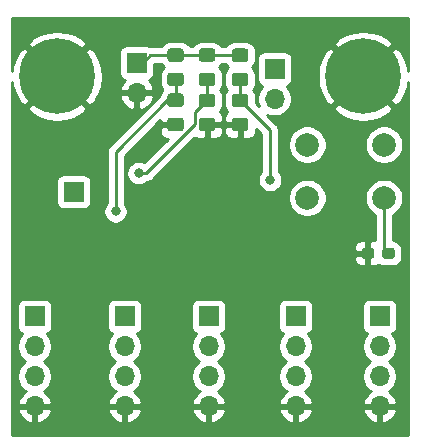
<source format=gbr>
%TF.GenerationSoftware,KiCad,Pcbnew,(5.1.6)-1*%
%TF.CreationDate,2020-09-14T23:39:58+02:00*%
%TF.ProjectId,gpioexpander,6770696f-6578-4706-916e-6465722e6b69,rev?*%
%TF.SameCoordinates,Original*%
%TF.FileFunction,Copper,L2,Bot*%
%TF.FilePolarity,Positive*%
%FSLAX46Y46*%
G04 Gerber Fmt 4.6, Leading zero omitted, Abs format (unit mm)*
G04 Created by KiCad (PCBNEW (5.1.6)-1) date 2020-09-14 23:39:58*
%MOMM*%
%LPD*%
G01*
G04 APERTURE LIST*
%TA.AperFunction,ComponentPad*%
%ADD10C,6.400000*%
%TD*%
%TA.AperFunction,ComponentPad*%
%ADD11R,1.700000X1.700000*%
%TD*%
%TA.AperFunction,ComponentPad*%
%ADD12O,1.700000X1.700000*%
%TD*%
%TA.AperFunction,ComponentPad*%
%ADD13C,2.000000*%
%TD*%
%TA.AperFunction,ViaPad*%
%ADD14C,0.800000*%
%TD*%
%TA.AperFunction,Conductor*%
%ADD15C,0.250000*%
%TD*%
%TA.AperFunction,Conductor*%
%ADD16C,0.254000*%
%TD*%
G04 APERTURE END LIST*
%TO.P,R4,2*%
%TO.N,GND*%
%TA.AperFunction,SMDPad,CuDef*%
G36*
G01*
X119564999Y-65737000D02*
X120465001Y-65737000D01*
G75*
G02*
X120715000Y-65986999I0J-249999D01*
G01*
X120715000Y-66637001D01*
G75*
G02*
X120465001Y-66887000I-249999J0D01*
G01*
X119564999Y-66887000D01*
G75*
G02*
X119315000Y-66637001I0J249999D01*
G01*
X119315000Y-65986999D01*
G75*
G02*
X119564999Y-65737000I249999J0D01*
G01*
G37*
%TD.AperFunction*%
%TO.P,R4,1*%
%TO.N,/A1*%
%TA.AperFunction,SMDPad,CuDef*%
G36*
G01*
X119564999Y-63687000D02*
X120465001Y-63687000D01*
G75*
G02*
X120715000Y-63936999I0J-249999D01*
G01*
X120715000Y-64587001D01*
G75*
G02*
X120465001Y-64837000I-249999J0D01*
G01*
X119564999Y-64837000D01*
G75*
G02*
X119315000Y-64587001I0J249999D01*
G01*
X119315000Y-63936999D01*
G75*
G02*
X119564999Y-63687000I249999J0D01*
G01*
G37*
%TD.AperFunction*%
%TD*%
D10*
%TO.P,H2,1*%
%TO.N,GND*%
X107315000Y-62230000D03*
%TD*%
%TO.P,H1,1*%
%TO.N,GND*%
X133223000Y-62230000D03*
%TD*%
%TO.P,R8,2*%
%TO.N,+3V3*%
%TA.AperFunction,SMDPad,CuDef*%
G36*
G01*
X117798001Y-61009000D02*
X116897999Y-61009000D01*
G75*
G02*
X116648000Y-60759001I0J249999D01*
G01*
X116648000Y-60108999D01*
G75*
G02*
X116897999Y-59859000I249999J0D01*
G01*
X117798001Y-59859000D01*
G75*
G02*
X118048000Y-60108999I0J-249999D01*
G01*
X118048000Y-60759001D01*
G75*
G02*
X117798001Y-61009000I-249999J0D01*
G01*
G37*
%TD.AperFunction*%
%TO.P,R8,1*%
%TO.N,/A2*%
%TA.AperFunction,SMDPad,CuDef*%
G36*
G01*
X117798001Y-63059000D02*
X116897999Y-63059000D01*
G75*
G02*
X116648000Y-62809001I0J249999D01*
G01*
X116648000Y-62158999D01*
G75*
G02*
X116897999Y-61909000I249999J0D01*
G01*
X117798001Y-61909000D01*
G75*
G02*
X118048000Y-62158999I0J-249999D01*
G01*
X118048000Y-62809001D01*
G75*
G02*
X117798001Y-63059000I-249999J0D01*
G01*
G37*
%TD.AperFunction*%
%TD*%
%TO.P,R7,2*%
%TO.N,+3V3*%
%TA.AperFunction,SMDPad,CuDef*%
G36*
G01*
X120465001Y-61009000D02*
X119564999Y-61009000D01*
G75*
G02*
X119315000Y-60759001I0J249999D01*
G01*
X119315000Y-60108999D01*
G75*
G02*
X119564999Y-59859000I249999J0D01*
G01*
X120465001Y-59859000D01*
G75*
G02*
X120715000Y-60108999I0J-249999D01*
G01*
X120715000Y-60759001D01*
G75*
G02*
X120465001Y-61009000I-249999J0D01*
G01*
G37*
%TD.AperFunction*%
%TO.P,R7,1*%
%TO.N,/A1*%
%TA.AperFunction,SMDPad,CuDef*%
G36*
G01*
X120465001Y-63059000D02*
X119564999Y-63059000D01*
G75*
G02*
X119315000Y-62809001I0J249999D01*
G01*
X119315000Y-62158999D01*
G75*
G02*
X119564999Y-61909000I249999J0D01*
G01*
X120465001Y-61909000D01*
G75*
G02*
X120715000Y-62158999I0J-249999D01*
G01*
X120715000Y-62809001D01*
G75*
G02*
X120465001Y-63059000I-249999J0D01*
G01*
G37*
%TD.AperFunction*%
%TD*%
%TO.P,R5,2*%
%TO.N,GND*%
%TA.AperFunction,SMDPad,CuDef*%
G36*
G01*
X116897999Y-65728000D02*
X117798001Y-65728000D01*
G75*
G02*
X118048000Y-65977999I0J-249999D01*
G01*
X118048000Y-66628001D01*
G75*
G02*
X117798001Y-66878000I-249999J0D01*
G01*
X116897999Y-66878000D01*
G75*
G02*
X116648000Y-66628001I0J249999D01*
G01*
X116648000Y-65977999D01*
G75*
G02*
X116897999Y-65728000I249999J0D01*
G01*
G37*
%TD.AperFunction*%
%TO.P,R5,1*%
%TO.N,/A2*%
%TA.AperFunction,SMDPad,CuDef*%
G36*
G01*
X116897999Y-63678000D02*
X117798001Y-63678000D01*
G75*
G02*
X118048000Y-63927999I0J-249999D01*
G01*
X118048000Y-64578001D01*
G75*
G02*
X117798001Y-64828000I-249999J0D01*
G01*
X116897999Y-64828000D01*
G75*
G02*
X116648000Y-64578001I0J249999D01*
G01*
X116648000Y-63927999D01*
G75*
G02*
X116897999Y-63678000I249999J0D01*
G01*
G37*
%TD.AperFunction*%
%TD*%
%TO.P,R3,2*%
%TO.N,GND*%
%TA.AperFunction,SMDPad,CuDef*%
G36*
G01*
X122358999Y-65737000D02*
X123259001Y-65737000D01*
G75*
G02*
X123509000Y-65986999I0J-249999D01*
G01*
X123509000Y-66637001D01*
G75*
G02*
X123259001Y-66887000I-249999J0D01*
G01*
X122358999Y-66887000D01*
G75*
G02*
X122109000Y-66637001I0J249999D01*
G01*
X122109000Y-65986999D01*
G75*
G02*
X122358999Y-65737000I249999J0D01*
G01*
G37*
%TD.AperFunction*%
%TO.P,R3,1*%
%TO.N,/A0*%
%TA.AperFunction,SMDPad,CuDef*%
G36*
G01*
X122358999Y-63687000D02*
X123259001Y-63687000D01*
G75*
G02*
X123509000Y-63936999I0J-249999D01*
G01*
X123509000Y-64587001D01*
G75*
G02*
X123259001Y-64837000I-249999J0D01*
G01*
X122358999Y-64837000D01*
G75*
G02*
X122109000Y-64587001I0J249999D01*
G01*
X122109000Y-63936999D01*
G75*
G02*
X122358999Y-63687000I249999J0D01*
G01*
G37*
%TD.AperFunction*%
%TD*%
%TO.P,R6,2*%
%TO.N,+3V3*%
%TA.AperFunction,SMDPad,CuDef*%
G36*
G01*
X123259001Y-61018000D02*
X122358999Y-61018000D01*
G75*
G02*
X122109000Y-60768001I0J249999D01*
G01*
X122109000Y-60117999D01*
G75*
G02*
X122358999Y-59868000I249999J0D01*
G01*
X123259001Y-59868000D01*
G75*
G02*
X123509000Y-60117999I0J-249999D01*
G01*
X123509000Y-60768001D01*
G75*
G02*
X123259001Y-61018000I-249999J0D01*
G01*
G37*
%TD.AperFunction*%
%TO.P,R6,1*%
%TO.N,/A0*%
%TA.AperFunction,SMDPad,CuDef*%
G36*
G01*
X123259001Y-63068000D02*
X122358999Y-63068000D01*
G75*
G02*
X122109000Y-62818001I0J249999D01*
G01*
X122109000Y-62167999D01*
G75*
G02*
X122358999Y-61918000I249999J0D01*
G01*
X123259001Y-61918000D01*
G75*
G02*
X123509000Y-62167999I0J-249999D01*
G01*
X123509000Y-62818001D01*
G75*
G02*
X123259001Y-63068000I-249999J0D01*
G01*
G37*
%TD.AperFunction*%
%TD*%
%TO.P,R1,2*%
%TO.N,GND*%
%TA.AperFunction,SMDPad,CuDef*%
G36*
G01*
X134157000Y-76978500D02*
X134157000Y-77453500D01*
G75*
G02*
X133919500Y-77691000I-237500J0D01*
G01*
X133344500Y-77691000D01*
G75*
G02*
X133107000Y-77453500I0J237500D01*
G01*
X133107000Y-76978500D01*
G75*
G02*
X133344500Y-76741000I237500J0D01*
G01*
X133919500Y-76741000D01*
G75*
G02*
X134157000Y-76978500I0J-237500D01*
G01*
G37*
%TD.AperFunction*%
%TO.P,R1,1*%
%TO.N,/SW1*%
%TA.AperFunction,SMDPad,CuDef*%
G36*
G01*
X135907000Y-76978500D02*
X135907000Y-77453500D01*
G75*
G02*
X135669500Y-77691000I-237500J0D01*
G01*
X135094500Y-77691000D01*
G75*
G02*
X134857000Y-77453500I0J237500D01*
G01*
X134857000Y-76978500D01*
G75*
G02*
X135094500Y-76741000I237500J0D01*
G01*
X135669500Y-76741000D01*
G75*
G02*
X135907000Y-76978500I0J-237500D01*
G01*
G37*
%TD.AperFunction*%
%TD*%
D11*
%TO.P,J8,1*%
%TO.N,/~INT*%
X108712000Y-72009000D03*
%TD*%
D12*
%TO.P,J1,2*%
%TO.N,GND*%
X114046000Y-63627000D03*
D11*
%TO.P,J1,1*%
%TO.N,+3V3*%
X114046000Y-61087000D03*
%TD*%
D13*
%TO.P,SW1,1*%
%TO.N,/SW1*%
X128501000Y-72517000D03*
%TO.P,SW1,2*%
%TO.N,+3V3*%
X128501000Y-68017000D03*
%TO.P,SW1,1*%
%TO.N,/SW1*%
X135001000Y-72517000D03*
%TO.P,SW1,2*%
%TO.N,+3V3*%
X135001000Y-68017000D03*
%TD*%
D12*
%TO.P,J7,4*%
%TO.N,GND*%
X134620000Y-90170000D03*
%TO.P,J7,3*%
%TO.N,/P5_3*%
X134620000Y-87630000D03*
%TO.P,J7,2*%
%TO.N,/P5_2*%
X134620000Y-85090000D03*
D11*
%TO.P,J7,1*%
%TO.N,/P5_1*%
X134620000Y-82550000D03*
%TD*%
D12*
%TO.P,J6,4*%
%TO.N,GND*%
X127508000Y-90170000D03*
%TO.P,J6,3*%
%TO.N,/P4_3*%
X127508000Y-87630000D03*
%TO.P,J6,2*%
%TO.N,/P4_2*%
X127508000Y-85090000D03*
D11*
%TO.P,J6,1*%
%TO.N,/P4_1*%
X127508000Y-82550000D03*
%TD*%
D12*
%TO.P,J5,4*%
%TO.N,GND*%
X120142000Y-90170000D03*
%TO.P,J5,3*%
%TO.N,/P3_3*%
X120142000Y-87630000D03*
%TO.P,J5,2*%
%TO.N,/P3_2*%
X120142000Y-85090000D03*
D11*
%TO.P,J5,1*%
%TO.N,/P3_1*%
X120142000Y-82550000D03*
%TD*%
D12*
%TO.P,J4,4*%
%TO.N,GND*%
X113030000Y-90170000D03*
%TO.P,J4,3*%
%TO.N,/P2_3*%
X113030000Y-87630000D03*
%TO.P,J4,2*%
%TO.N,/P2_2*%
X113030000Y-85090000D03*
D11*
%TO.P,J4,1*%
%TO.N,/P2_1*%
X113030000Y-82550000D03*
%TD*%
D12*
%TO.P,J3,4*%
%TO.N,GND*%
X105410000Y-90170000D03*
%TO.P,J3,3*%
%TO.N,/P1_3*%
X105410000Y-87630000D03*
%TO.P,J3,2*%
%TO.N,/P1_2*%
X105410000Y-85090000D03*
D11*
%TO.P,J3,1*%
%TO.N,/P1_1*%
X105410000Y-82550000D03*
%TD*%
D12*
%TO.P,J2,2*%
%TO.N,/SDA*%
X125730000Y-64135000D03*
D11*
%TO.P,J2,1*%
%TO.N,/SCL*%
X125730000Y-61595000D03*
%TD*%
D14*
%TO.N,/A0*%
X125349000Y-70993000D03*
%TO.N,/A1*%
X114215287Y-70424990D03*
%TO.N,/A2*%
X112267994Y-73660000D03*
%TD*%
D15*
%TO.N,+3V3*%
X117348000Y-60434000D02*
X120015000Y-60434000D01*
X122800000Y-60434000D02*
X122809000Y-60443000D01*
X120015000Y-60434000D02*
X122800000Y-60434000D01*
X117330000Y-60452000D02*
X117348000Y-60434000D01*
X115189000Y-60452000D02*
X117330000Y-60452000D01*
X114046000Y-61087000D02*
X114554000Y-61087000D01*
X114554000Y-61087000D02*
X115189000Y-60452000D01*
%TO.N,/A0*%
X125349000Y-66802000D02*
X122809000Y-64262000D01*
X125349000Y-70993000D02*
X125349000Y-66802000D01*
X122809000Y-62493000D02*
X122809000Y-64262000D01*
%TO.N,/A1*%
X120015000Y-62484000D02*
X120015000Y-64262000D01*
X120015000Y-64262000D02*
X118989990Y-65287010D01*
X118989990Y-65287010D02*
X118989990Y-66291477D01*
X118989990Y-66291477D02*
X114856477Y-70424990D01*
X114856477Y-70424990D02*
X114215287Y-70424990D01*
%TO.N,/A2*%
X117348000Y-62484000D02*
X117348000Y-64253000D01*
X116648000Y-64253000D02*
X112267994Y-68633006D01*
X117348000Y-64253000D02*
X116648000Y-64253000D01*
X112267994Y-68633006D02*
X112267994Y-73660000D01*
%TO.N,/SW1*%
X135001000Y-76835000D02*
X135382000Y-77216000D01*
X135001000Y-72517000D02*
X135001000Y-76835000D01*
%TD*%
D16*
%TO.N,GND*%
G36*
X137033000Y-61782349D02*
G01*
X137007178Y-61502062D01*
X136792452Y-60777792D01*
X136440555Y-60109330D01*
X136413548Y-60068912D01*
X135923881Y-59708724D01*
X133402605Y-62230000D01*
X135923881Y-64751276D01*
X136413548Y-64391088D01*
X136773849Y-63727118D01*
X136997694Y-63005615D01*
X137033000Y-62668934D01*
X137033000Y-92583000D01*
X103505000Y-92583000D01*
X103505000Y-90526890D01*
X103968524Y-90526890D01*
X104013175Y-90674099D01*
X104138359Y-90936920D01*
X104312412Y-91170269D01*
X104528645Y-91365178D01*
X104778748Y-91514157D01*
X105053109Y-91611481D01*
X105283000Y-91490814D01*
X105283000Y-90297000D01*
X105537000Y-90297000D01*
X105537000Y-91490814D01*
X105766891Y-91611481D01*
X106041252Y-91514157D01*
X106291355Y-91365178D01*
X106507588Y-91170269D01*
X106681641Y-90936920D01*
X106806825Y-90674099D01*
X106851476Y-90526890D01*
X111588524Y-90526890D01*
X111633175Y-90674099D01*
X111758359Y-90936920D01*
X111932412Y-91170269D01*
X112148645Y-91365178D01*
X112398748Y-91514157D01*
X112673109Y-91611481D01*
X112903000Y-91490814D01*
X112903000Y-90297000D01*
X113157000Y-90297000D01*
X113157000Y-91490814D01*
X113386891Y-91611481D01*
X113661252Y-91514157D01*
X113911355Y-91365178D01*
X114127588Y-91170269D01*
X114301641Y-90936920D01*
X114426825Y-90674099D01*
X114471476Y-90526890D01*
X118700524Y-90526890D01*
X118745175Y-90674099D01*
X118870359Y-90936920D01*
X119044412Y-91170269D01*
X119260645Y-91365178D01*
X119510748Y-91514157D01*
X119785109Y-91611481D01*
X120015000Y-91490814D01*
X120015000Y-90297000D01*
X120269000Y-90297000D01*
X120269000Y-91490814D01*
X120498891Y-91611481D01*
X120773252Y-91514157D01*
X121023355Y-91365178D01*
X121239588Y-91170269D01*
X121413641Y-90936920D01*
X121538825Y-90674099D01*
X121583476Y-90526890D01*
X126066524Y-90526890D01*
X126111175Y-90674099D01*
X126236359Y-90936920D01*
X126410412Y-91170269D01*
X126626645Y-91365178D01*
X126876748Y-91514157D01*
X127151109Y-91611481D01*
X127381000Y-91490814D01*
X127381000Y-90297000D01*
X127635000Y-90297000D01*
X127635000Y-91490814D01*
X127864891Y-91611481D01*
X128139252Y-91514157D01*
X128389355Y-91365178D01*
X128605588Y-91170269D01*
X128779641Y-90936920D01*
X128904825Y-90674099D01*
X128949476Y-90526890D01*
X133178524Y-90526890D01*
X133223175Y-90674099D01*
X133348359Y-90936920D01*
X133522412Y-91170269D01*
X133738645Y-91365178D01*
X133988748Y-91514157D01*
X134263109Y-91611481D01*
X134493000Y-91490814D01*
X134493000Y-90297000D01*
X134747000Y-90297000D01*
X134747000Y-91490814D01*
X134976891Y-91611481D01*
X135251252Y-91514157D01*
X135501355Y-91365178D01*
X135717588Y-91170269D01*
X135891641Y-90936920D01*
X136016825Y-90674099D01*
X136061476Y-90526890D01*
X135940155Y-90297000D01*
X134747000Y-90297000D01*
X134493000Y-90297000D01*
X133299845Y-90297000D01*
X133178524Y-90526890D01*
X128949476Y-90526890D01*
X128828155Y-90297000D01*
X127635000Y-90297000D01*
X127381000Y-90297000D01*
X126187845Y-90297000D01*
X126066524Y-90526890D01*
X121583476Y-90526890D01*
X121462155Y-90297000D01*
X120269000Y-90297000D01*
X120015000Y-90297000D01*
X118821845Y-90297000D01*
X118700524Y-90526890D01*
X114471476Y-90526890D01*
X114350155Y-90297000D01*
X113157000Y-90297000D01*
X112903000Y-90297000D01*
X111709845Y-90297000D01*
X111588524Y-90526890D01*
X106851476Y-90526890D01*
X106730155Y-90297000D01*
X105537000Y-90297000D01*
X105283000Y-90297000D01*
X104089845Y-90297000D01*
X103968524Y-90526890D01*
X103505000Y-90526890D01*
X103505000Y-81700000D01*
X103921928Y-81700000D01*
X103921928Y-83400000D01*
X103934188Y-83524482D01*
X103970498Y-83644180D01*
X104029463Y-83754494D01*
X104108815Y-83851185D01*
X104205506Y-83930537D01*
X104315820Y-83989502D01*
X104388380Y-84011513D01*
X104256525Y-84143368D01*
X104094010Y-84386589D01*
X103982068Y-84656842D01*
X103925000Y-84943740D01*
X103925000Y-85236260D01*
X103982068Y-85523158D01*
X104094010Y-85793411D01*
X104256525Y-86036632D01*
X104463368Y-86243475D01*
X104637760Y-86360000D01*
X104463368Y-86476525D01*
X104256525Y-86683368D01*
X104094010Y-86926589D01*
X103982068Y-87196842D01*
X103925000Y-87483740D01*
X103925000Y-87776260D01*
X103982068Y-88063158D01*
X104094010Y-88333411D01*
X104256525Y-88576632D01*
X104463368Y-88783475D01*
X104645534Y-88905195D01*
X104528645Y-88974822D01*
X104312412Y-89169731D01*
X104138359Y-89403080D01*
X104013175Y-89665901D01*
X103968524Y-89813110D01*
X104089845Y-90043000D01*
X105283000Y-90043000D01*
X105283000Y-90023000D01*
X105537000Y-90023000D01*
X105537000Y-90043000D01*
X106730155Y-90043000D01*
X106851476Y-89813110D01*
X106806825Y-89665901D01*
X106681641Y-89403080D01*
X106507588Y-89169731D01*
X106291355Y-88974822D01*
X106174466Y-88905195D01*
X106356632Y-88783475D01*
X106563475Y-88576632D01*
X106725990Y-88333411D01*
X106837932Y-88063158D01*
X106895000Y-87776260D01*
X106895000Y-87483740D01*
X106837932Y-87196842D01*
X106725990Y-86926589D01*
X106563475Y-86683368D01*
X106356632Y-86476525D01*
X106182240Y-86360000D01*
X106356632Y-86243475D01*
X106563475Y-86036632D01*
X106725990Y-85793411D01*
X106837932Y-85523158D01*
X106895000Y-85236260D01*
X106895000Y-84943740D01*
X106837932Y-84656842D01*
X106725990Y-84386589D01*
X106563475Y-84143368D01*
X106431620Y-84011513D01*
X106504180Y-83989502D01*
X106614494Y-83930537D01*
X106711185Y-83851185D01*
X106790537Y-83754494D01*
X106849502Y-83644180D01*
X106885812Y-83524482D01*
X106898072Y-83400000D01*
X106898072Y-81700000D01*
X111541928Y-81700000D01*
X111541928Y-83400000D01*
X111554188Y-83524482D01*
X111590498Y-83644180D01*
X111649463Y-83754494D01*
X111728815Y-83851185D01*
X111825506Y-83930537D01*
X111935820Y-83989502D01*
X112008380Y-84011513D01*
X111876525Y-84143368D01*
X111714010Y-84386589D01*
X111602068Y-84656842D01*
X111545000Y-84943740D01*
X111545000Y-85236260D01*
X111602068Y-85523158D01*
X111714010Y-85793411D01*
X111876525Y-86036632D01*
X112083368Y-86243475D01*
X112257760Y-86360000D01*
X112083368Y-86476525D01*
X111876525Y-86683368D01*
X111714010Y-86926589D01*
X111602068Y-87196842D01*
X111545000Y-87483740D01*
X111545000Y-87776260D01*
X111602068Y-88063158D01*
X111714010Y-88333411D01*
X111876525Y-88576632D01*
X112083368Y-88783475D01*
X112265534Y-88905195D01*
X112148645Y-88974822D01*
X111932412Y-89169731D01*
X111758359Y-89403080D01*
X111633175Y-89665901D01*
X111588524Y-89813110D01*
X111709845Y-90043000D01*
X112903000Y-90043000D01*
X112903000Y-90023000D01*
X113157000Y-90023000D01*
X113157000Y-90043000D01*
X114350155Y-90043000D01*
X114471476Y-89813110D01*
X114426825Y-89665901D01*
X114301641Y-89403080D01*
X114127588Y-89169731D01*
X113911355Y-88974822D01*
X113794466Y-88905195D01*
X113976632Y-88783475D01*
X114183475Y-88576632D01*
X114345990Y-88333411D01*
X114457932Y-88063158D01*
X114515000Y-87776260D01*
X114515000Y-87483740D01*
X114457932Y-87196842D01*
X114345990Y-86926589D01*
X114183475Y-86683368D01*
X113976632Y-86476525D01*
X113802240Y-86360000D01*
X113976632Y-86243475D01*
X114183475Y-86036632D01*
X114345990Y-85793411D01*
X114457932Y-85523158D01*
X114515000Y-85236260D01*
X114515000Y-84943740D01*
X114457932Y-84656842D01*
X114345990Y-84386589D01*
X114183475Y-84143368D01*
X114051620Y-84011513D01*
X114124180Y-83989502D01*
X114234494Y-83930537D01*
X114331185Y-83851185D01*
X114410537Y-83754494D01*
X114469502Y-83644180D01*
X114505812Y-83524482D01*
X114518072Y-83400000D01*
X114518072Y-81700000D01*
X118653928Y-81700000D01*
X118653928Y-83400000D01*
X118666188Y-83524482D01*
X118702498Y-83644180D01*
X118761463Y-83754494D01*
X118840815Y-83851185D01*
X118937506Y-83930537D01*
X119047820Y-83989502D01*
X119120380Y-84011513D01*
X118988525Y-84143368D01*
X118826010Y-84386589D01*
X118714068Y-84656842D01*
X118657000Y-84943740D01*
X118657000Y-85236260D01*
X118714068Y-85523158D01*
X118826010Y-85793411D01*
X118988525Y-86036632D01*
X119195368Y-86243475D01*
X119369760Y-86360000D01*
X119195368Y-86476525D01*
X118988525Y-86683368D01*
X118826010Y-86926589D01*
X118714068Y-87196842D01*
X118657000Y-87483740D01*
X118657000Y-87776260D01*
X118714068Y-88063158D01*
X118826010Y-88333411D01*
X118988525Y-88576632D01*
X119195368Y-88783475D01*
X119377534Y-88905195D01*
X119260645Y-88974822D01*
X119044412Y-89169731D01*
X118870359Y-89403080D01*
X118745175Y-89665901D01*
X118700524Y-89813110D01*
X118821845Y-90043000D01*
X120015000Y-90043000D01*
X120015000Y-90023000D01*
X120269000Y-90023000D01*
X120269000Y-90043000D01*
X121462155Y-90043000D01*
X121583476Y-89813110D01*
X121538825Y-89665901D01*
X121413641Y-89403080D01*
X121239588Y-89169731D01*
X121023355Y-88974822D01*
X120906466Y-88905195D01*
X121088632Y-88783475D01*
X121295475Y-88576632D01*
X121457990Y-88333411D01*
X121569932Y-88063158D01*
X121627000Y-87776260D01*
X121627000Y-87483740D01*
X121569932Y-87196842D01*
X121457990Y-86926589D01*
X121295475Y-86683368D01*
X121088632Y-86476525D01*
X120914240Y-86360000D01*
X121088632Y-86243475D01*
X121295475Y-86036632D01*
X121457990Y-85793411D01*
X121569932Y-85523158D01*
X121627000Y-85236260D01*
X121627000Y-84943740D01*
X121569932Y-84656842D01*
X121457990Y-84386589D01*
X121295475Y-84143368D01*
X121163620Y-84011513D01*
X121236180Y-83989502D01*
X121346494Y-83930537D01*
X121443185Y-83851185D01*
X121522537Y-83754494D01*
X121581502Y-83644180D01*
X121617812Y-83524482D01*
X121630072Y-83400000D01*
X121630072Y-81700000D01*
X126019928Y-81700000D01*
X126019928Y-83400000D01*
X126032188Y-83524482D01*
X126068498Y-83644180D01*
X126127463Y-83754494D01*
X126206815Y-83851185D01*
X126303506Y-83930537D01*
X126413820Y-83989502D01*
X126486380Y-84011513D01*
X126354525Y-84143368D01*
X126192010Y-84386589D01*
X126080068Y-84656842D01*
X126023000Y-84943740D01*
X126023000Y-85236260D01*
X126080068Y-85523158D01*
X126192010Y-85793411D01*
X126354525Y-86036632D01*
X126561368Y-86243475D01*
X126735760Y-86360000D01*
X126561368Y-86476525D01*
X126354525Y-86683368D01*
X126192010Y-86926589D01*
X126080068Y-87196842D01*
X126023000Y-87483740D01*
X126023000Y-87776260D01*
X126080068Y-88063158D01*
X126192010Y-88333411D01*
X126354525Y-88576632D01*
X126561368Y-88783475D01*
X126743534Y-88905195D01*
X126626645Y-88974822D01*
X126410412Y-89169731D01*
X126236359Y-89403080D01*
X126111175Y-89665901D01*
X126066524Y-89813110D01*
X126187845Y-90043000D01*
X127381000Y-90043000D01*
X127381000Y-90023000D01*
X127635000Y-90023000D01*
X127635000Y-90043000D01*
X128828155Y-90043000D01*
X128949476Y-89813110D01*
X128904825Y-89665901D01*
X128779641Y-89403080D01*
X128605588Y-89169731D01*
X128389355Y-88974822D01*
X128272466Y-88905195D01*
X128454632Y-88783475D01*
X128661475Y-88576632D01*
X128823990Y-88333411D01*
X128935932Y-88063158D01*
X128993000Y-87776260D01*
X128993000Y-87483740D01*
X128935932Y-87196842D01*
X128823990Y-86926589D01*
X128661475Y-86683368D01*
X128454632Y-86476525D01*
X128280240Y-86360000D01*
X128454632Y-86243475D01*
X128661475Y-86036632D01*
X128823990Y-85793411D01*
X128935932Y-85523158D01*
X128993000Y-85236260D01*
X128993000Y-84943740D01*
X128935932Y-84656842D01*
X128823990Y-84386589D01*
X128661475Y-84143368D01*
X128529620Y-84011513D01*
X128602180Y-83989502D01*
X128712494Y-83930537D01*
X128809185Y-83851185D01*
X128888537Y-83754494D01*
X128947502Y-83644180D01*
X128983812Y-83524482D01*
X128996072Y-83400000D01*
X128996072Y-81700000D01*
X133131928Y-81700000D01*
X133131928Y-83400000D01*
X133144188Y-83524482D01*
X133180498Y-83644180D01*
X133239463Y-83754494D01*
X133318815Y-83851185D01*
X133415506Y-83930537D01*
X133525820Y-83989502D01*
X133598380Y-84011513D01*
X133466525Y-84143368D01*
X133304010Y-84386589D01*
X133192068Y-84656842D01*
X133135000Y-84943740D01*
X133135000Y-85236260D01*
X133192068Y-85523158D01*
X133304010Y-85793411D01*
X133466525Y-86036632D01*
X133673368Y-86243475D01*
X133847760Y-86360000D01*
X133673368Y-86476525D01*
X133466525Y-86683368D01*
X133304010Y-86926589D01*
X133192068Y-87196842D01*
X133135000Y-87483740D01*
X133135000Y-87776260D01*
X133192068Y-88063158D01*
X133304010Y-88333411D01*
X133466525Y-88576632D01*
X133673368Y-88783475D01*
X133855534Y-88905195D01*
X133738645Y-88974822D01*
X133522412Y-89169731D01*
X133348359Y-89403080D01*
X133223175Y-89665901D01*
X133178524Y-89813110D01*
X133299845Y-90043000D01*
X134493000Y-90043000D01*
X134493000Y-90023000D01*
X134747000Y-90023000D01*
X134747000Y-90043000D01*
X135940155Y-90043000D01*
X136061476Y-89813110D01*
X136016825Y-89665901D01*
X135891641Y-89403080D01*
X135717588Y-89169731D01*
X135501355Y-88974822D01*
X135384466Y-88905195D01*
X135566632Y-88783475D01*
X135773475Y-88576632D01*
X135935990Y-88333411D01*
X136047932Y-88063158D01*
X136105000Y-87776260D01*
X136105000Y-87483740D01*
X136047932Y-87196842D01*
X135935990Y-86926589D01*
X135773475Y-86683368D01*
X135566632Y-86476525D01*
X135392240Y-86360000D01*
X135566632Y-86243475D01*
X135773475Y-86036632D01*
X135935990Y-85793411D01*
X136047932Y-85523158D01*
X136105000Y-85236260D01*
X136105000Y-84943740D01*
X136047932Y-84656842D01*
X135935990Y-84386589D01*
X135773475Y-84143368D01*
X135641620Y-84011513D01*
X135714180Y-83989502D01*
X135824494Y-83930537D01*
X135921185Y-83851185D01*
X136000537Y-83754494D01*
X136059502Y-83644180D01*
X136095812Y-83524482D01*
X136108072Y-83400000D01*
X136108072Y-81700000D01*
X136095812Y-81575518D01*
X136059502Y-81455820D01*
X136000537Y-81345506D01*
X135921185Y-81248815D01*
X135824494Y-81169463D01*
X135714180Y-81110498D01*
X135594482Y-81074188D01*
X135470000Y-81061928D01*
X133770000Y-81061928D01*
X133645518Y-81074188D01*
X133525820Y-81110498D01*
X133415506Y-81169463D01*
X133318815Y-81248815D01*
X133239463Y-81345506D01*
X133180498Y-81455820D01*
X133144188Y-81575518D01*
X133131928Y-81700000D01*
X128996072Y-81700000D01*
X128983812Y-81575518D01*
X128947502Y-81455820D01*
X128888537Y-81345506D01*
X128809185Y-81248815D01*
X128712494Y-81169463D01*
X128602180Y-81110498D01*
X128482482Y-81074188D01*
X128358000Y-81061928D01*
X126658000Y-81061928D01*
X126533518Y-81074188D01*
X126413820Y-81110498D01*
X126303506Y-81169463D01*
X126206815Y-81248815D01*
X126127463Y-81345506D01*
X126068498Y-81455820D01*
X126032188Y-81575518D01*
X126019928Y-81700000D01*
X121630072Y-81700000D01*
X121617812Y-81575518D01*
X121581502Y-81455820D01*
X121522537Y-81345506D01*
X121443185Y-81248815D01*
X121346494Y-81169463D01*
X121236180Y-81110498D01*
X121116482Y-81074188D01*
X120992000Y-81061928D01*
X119292000Y-81061928D01*
X119167518Y-81074188D01*
X119047820Y-81110498D01*
X118937506Y-81169463D01*
X118840815Y-81248815D01*
X118761463Y-81345506D01*
X118702498Y-81455820D01*
X118666188Y-81575518D01*
X118653928Y-81700000D01*
X114518072Y-81700000D01*
X114505812Y-81575518D01*
X114469502Y-81455820D01*
X114410537Y-81345506D01*
X114331185Y-81248815D01*
X114234494Y-81169463D01*
X114124180Y-81110498D01*
X114004482Y-81074188D01*
X113880000Y-81061928D01*
X112180000Y-81061928D01*
X112055518Y-81074188D01*
X111935820Y-81110498D01*
X111825506Y-81169463D01*
X111728815Y-81248815D01*
X111649463Y-81345506D01*
X111590498Y-81455820D01*
X111554188Y-81575518D01*
X111541928Y-81700000D01*
X106898072Y-81700000D01*
X106885812Y-81575518D01*
X106849502Y-81455820D01*
X106790537Y-81345506D01*
X106711185Y-81248815D01*
X106614494Y-81169463D01*
X106504180Y-81110498D01*
X106384482Y-81074188D01*
X106260000Y-81061928D01*
X104560000Y-81061928D01*
X104435518Y-81074188D01*
X104315820Y-81110498D01*
X104205506Y-81169463D01*
X104108815Y-81248815D01*
X104029463Y-81345506D01*
X103970498Y-81455820D01*
X103934188Y-81575518D01*
X103921928Y-81700000D01*
X103505000Y-81700000D01*
X103505000Y-77691000D01*
X132468928Y-77691000D01*
X132481188Y-77815482D01*
X132517498Y-77935180D01*
X132576463Y-78045494D01*
X132655815Y-78142185D01*
X132752506Y-78221537D01*
X132862820Y-78280502D01*
X132982518Y-78316812D01*
X133107000Y-78329072D01*
X133346250Y-78326000D01*
X133505000Y-78167250D01*
X133505000Y-77343000D01*
X132630750Y-77343000D01*
X132472000Y-77501750D01*
X132468928Y-77691000D01*
X103505000Y-77691000D01*
X103505000Y-76741000D01*
X132468928Y-76741000D01*
X132472000Y-76930250D01*
X132630750Y-77089000D01*
X133505000Y-77089000D01*
X133505000Y-76264750D01*
X133346250Y-76106000D01*
X133107000Y-76102928D01*
X132982518Y-76115188D01*
X132862820Y-76151498D01*
X132752506Y-76210463D01*
X132655815Y-76289815D01*
X132576463Y-76386506D01*
X132517498Y-76496820D01*
X132481188Y-76616518D01*
X132468928Y-76741000D01*
X103505000Y-76741000D01*
X103505000Y-73558061D01*
X111232994Y-73558061D01*
X111232994Y-73761939D01*
X111272768Y-73961898D01*
X111350789Y-74150256D01*
X111464057Y-74319774D01*
X111608220Y-74463937D01*
X111777738Y-74577205D01*
X111966096Y-74655226D01*
X112166055Y-74695000D01*
X112369933Y-74695000D01*
X112569892Y-74655226D01*
X112758250Y-74577205D01*
X112927768Y-74463937D01*
X113071931Y-74319774D01*
X113185199Y-74150256D01*
X113263220Y-73961898D01*
X113302994Y-73761939D01*
X113302994Y-73558061D01*
X113263220Y-73358102D01*
X113185199Y-73169744D01*
X113071931Y-73000226D01*
X113027994Y-72956289D01*
X113027994Y-72355967D01*
X126866000Y-72355967D01*
X126866000Y-72678033D01*
X126928832Y-72993912D01*
X127052082Y-73291463D01*
X127231013Y-73559252D01*
X127458748Y-73786987D01*
X127726537Y-73965918D01*
X128024088Y-74089168D01*
X128339967Y-74152000D01*
X128662033Y-74152000D01*
X128977912Y-74089168D01*
X129275463Y-73965918D01*
X129543252Y-73786987D01*
X129770987Y-73559252D01*
X129949918Y-73291463D01*
X130073168Y-72993912D01*
X130136000Y-72678033D01*
X130136000Y-72355967D01*
X133366000Y-72355967D01*
X133366000Y-72678033D01*
X133428832Y-72993912D01*
X133552082Y-73291463D01*
X133731013Y-73559252D01*
X133958748Y-73786987D01*
X134226537Y-73965918D01*
X134241000Y-73971909D01*
X134241001Y-76111201D01*
X134157000Y-76102928D01*
X133917750Y-76106000D01*
X133759000Y-76264750D01*
X133759000Y-77089000D01*
X133779000Y-77089000D01*
X133779000Y-77343000D01*
X133759000Y-77343000D01*
X133759000Y-78167250D01*
X133917750Y-78326000D01*
X134157000Y-78329072D01*
X134281482Y-78316812D01*
X134401180Y-78280502D01*
X134511494Y-78221537D01*
X134584161Y-78161901D01*
X134608058Y-78181512D01*
X134759433Y-78262423D01*
X134923684Y-78312248D01*
X135094500Y-78329072D01*
X135669500Y-78329072D01*
X135840316Y-78312248D01*
X136004567Y-78262423D01*
X136155942Y-78181512D01*
X136288623Y-78072623D01*
X136397512Y-77939942D01*
X136478423Y-77788567D01*
X136528248Y-77624316D01*
X136545072Y-77453500D01*
X136545072Y-76978500D01*
X136528248Y-76807684D01*
X136478423Y-76643433D01*
X136397512Y-76492058D01*
X136288623Y-76359377D01*
X136155942Y-76250488D01*
X136004567Y-76169577D01*
X135840316Y-76119752D01*
X135761000Y-76111940D01*
X135761000Y-73971909D01*
X135775463Y-73965918D01*
X136043252Y-73786987D01*
X136270987Y-73559252D01*
X136449918Y-73291463D01*
X136573168Y-72993912D01*
X136636000Y-72678033D01*
X136636000Y-72355967D01*
X136573168Y-72040088D01*
X136449918Y-71742537D01*
X136270987Y-71474748D01*
X136043252Y-71247013D01*
X135775463Y-71068082D01*
X135477912Y-70944832D01*
X135162033Y-70882000D01*
X134839967Y-70882000D01*
X134524088Y-70944832D01*
X134226537Y-71068082D01*
X133958748Y-71247013D01*
X133731013Y-71474748D01*
X133552082Y-71742537D01*
X133428832Y-72040088D01*
X133366000Y-72355967D01*
X130136000Y-72355967D01*
X130073168Y-72040088D01*
X129949918Y-71742537D01*
X129770987Y-71474748D01*
X129543252Y-71247013D01*
X129275463Y-71068082D01*
X128977912Y-70944832D01*
X128662033Y-70882000D01*
X128339967Y-70882000D01*
X128024088Y-70944832D01*
X127726537Y-71068082D01*
X127458748Y-71247013D01*
X127231013Y-71474748D01*
X127052082Y-71742537D01*
X126928832Y-72040088D01*
X126866000Y-72355967D01*
X113027994Y-72355967D01*
X113027994Y-68947807D01*
X116012428Y-65963374D01*
X116013000Y-66017250D01*
X116171750Y-66176000D01*
X117221000Y-66176000D01*
X117221000Y-66156000D01*
X117475000Y-66156000D01*
X117475000Y-66176000D01*
X117495000Y-66176000D01*
X117495000Y-66430000D01*
X117475000Y-66430000D01*
X117475000Y-66450000D01*
X117221000Y-66450000D01*
X117221000Y-66430000D01*
X116171750Y-66430000D01*
X116013000Y-66588750D01*
X116009928Y-66878000D01*
X116022188Y-67002482D01*
X116058498Y-67122180D01*
X116117463Y-67232494D01*
X116196815Y-67329185D01*
X116293506Y-67408537D01*
X116403820Y-67467502D01*
X116523518Y-67503812D01*
X116648000Y-67516072D01*
X116690912Y-67515754D01*
X114700832Y-69505834D01*
X114517185Y-69429764D01*
X114317226Y-69389990D01*
X114113348Y-69389990D01*
X113913389Y-69429764D01*
X113725031Y-69507785D01*
X113555513Y-69621053D01*
X113411350Y-69765216D01*
X113298082Y-69934734D01*
X113220061Y-70123092D01*
X113180287Y-70323051D01*
X113180287Y-70526929D01*
X113220061Y-70726888D01*
X113298082Y-70915246D01*
X113411350Y-71084764D01*
X113555513Y-71228927D01*
X113725031Y-71342195D01*
X113913389Y-71420216D01*
X114113348Y-71459990D01*
X114317226Y-71459990D01*
X114517185Y-71420216D01*
X114705543Y-71342195D01*
X114875061Y-71228927D01*
X114921750Y-71182238D01*
X115005463Y-71173993D01*
X115148724Y-71130536D01*
X115280753Y-71059964D01*
X115396478Y-70964991D01*
X115420281Y-70935987D01*
X118948547Y-67407722D01*
X118960506Y-67417537D01*
X119070820Y-67476502D01*
X119190518Y-67512812D01*
X119315000Y-67525072D01*
X119729250Y-67522000D01*
X119888000Y-67363250D01*
X119888000Y-66439000D01*
X120142000Y-66439000D01*
X120142000Y-67363250D01*
X120300750Y-67522000D01*
X120715000Y-67525072D01*
X120839482Y-67512812D01*
X120959180Y-67476502D01*
X121069494Y-67417537D01*
X121166185Y-67338185D01*
X121245537Y-67241494D01*
X121304502Y-67131180D01*
X121340812Y-67011482D01*
X121353072Y-66887000D01*
X121470928Y-66887000D01*
X121483188Y-67011482D01*
X121519498Y-67131180D01*
X121578463Y-67241494D01*
X121657815Y-67338185D01*
X121754506Y-67417537D01*
X121864820Y-67476502D01*
X121984518Y-67512812D01*
X122109000Y-67525072D01*
X122523250Y-67522000D01*
X122682000Y-67363250D01*
X122682000Y-66439000D01*
X121632750Y-66439000D01*
X121474000Y-66597750D01*
X121470928Y-66887000D01*
X121353072Y-66887000D01*
X121350000Y-66597750D01*
X121191250Y-66439000D01*
X120142000Y-66439000D01*
X119888000Y-66439000D01*
X119868000Y-66439000D01*
X119868000Y-66185000D01*
X119888000Y-66185000D01*
X119888000Y-66165000D01*
X120142000Y-66165000D01*
X120142000Y-66185000D01*
X121191250Y-66185000D01*
X121350000Y-66026250D01*
X121353072Y-65737000D01*
X121340812Y-65612518D01*
X121304502Y-65492820D01*
X121245537Y-65382506D01*
X121166185Y-65285815D01*
X121086406Y-65220342D01*
X121092962Y-65214962D01*
X121203405Y-65080387D01*
X121285472Y-64926851D01*
X121336008Y-64760255D01*
X121353072Y-64587001D01*
X121353072Y-63936999D01*
X121336008Y-63763745D01*
X121285472Y-63597149D01*
X121203405Y-63443613D01*
X121145454Y-63373000D01*
X121203405Y-63302387D01*
X121285472Y-63148851D01*
X121336008Y-62982255D01*
X121353072Y-62809001D01*
X121353072Y-62158999D01*
X121336008Y-61985745D01*
X121285472Y-61819149D01*
X121203405Y-61665613D01*
X121092962Y-61531038D01*
X121005184Y-61459000D01*
X121092962Y-61386962D01*
X121203405Y-61252387D01*
X121234614Y-61194000D01*
X121584576Y-61194000D01*
X121620595Y-61261387D01*
X121731038Y-61395962D01*
X121818816Y-61468000D01*
X121731038Y-61540038D01*
X121620595Y-61674613D01*
X121538528Y-61828149D01*
X121487992Y-61994745D01*
X121470928Y-62167999D01*
X121470928Y-62818001D01*
X121487992Y-62991255D01*
X121538528Y-63157851D01*
X121620595Y-63311387D01*
X121674853Y-63377500D01*
X121620595Y-63443613D01*
X121538528Y-63597149D01*
X121487992Y-63763745D01*
X121470928Y-63936999D01*
X121470928Y-64587001D01*
X121487992Y-64760255D01*
X121538528Y-64926851D01*
X121620595Y-65080387D01*
X121731038Y-65214962D01*
X121737594Y-65220342D01*
X121657815Y-65285815D01*
X121578463Y-65382506D01*
X121519498Y-65492820D01*
X121483188Y-65612518D01*
X121470928Y-65737000D01*
X121474000Y-66026250D01*
X121632750Y-66185000D01*
X122682000Y-66185000D01*
X122682000Y-66165000D01*
X122936000Y-66165000D01*
X122936000Y-66185000D01*
X122956000Y-66185000D01*
X122956000Y-66439000D01*
X122936000Y-66439000D01*
X122936000Y-67363250D01*
X123094750Y-67522000D01*
X123509000Y-67525072D01*
X123633482Y-67512812D01*
X123753180Y-67476502D01*
X123863494Y-67417537D01*
X123960185Y-67338185D01*
X124039537Y-67241494D01*
X124098502Y-67131180D01*
X124134812Y-67011482D01*
X124147072Y-66887000D01*
X124144795Y-66672597D01*
X124589001Y-67116804D01*
X124589000Y-70289289D01*
X124545063Y-70333226D01*
X124431795Y-70502744D01*
X124353774Y-70691102D01*
X124314000Y-70891061D01*
X124314000Y-71094939D01*
X124353774Y-71294898D01*
X124431795Y-71483256D01*
X124545063Y-71652774D01*
X124689226Y-71796937D01*
X124858744Y-71910205D01*
X125047102Y-71988226D01*
X125247061Y-72028000D01*
X125450939Y-72028000D01*
X125650898Y-71988226D01*
X125839256Y-71910205D01*
X126008774Y-71796937D01*
X126152937Y-71652774D01*
X126266205Y-71483256D01*
X126344226Y-71294898D01*
X126384000Y-71094939D01*
X126384000Y-70891061D01*
X126344226Y-70691102D01*
X126266205Y-70502744D01*
X126152937Y-70333226D01*
X126109000Y-70289289D01*
X126109000Y-67855967D01*
X126866000Y-67855967D01*
X126866000Y-68178033D01*
X126928832Y-68493912D01*
X127052082Y-68791463D01*
X127231013Y-69059252D01*
X127458748Y-69286987D01*
X127726537Y-69465918D01*
X128024088Y-69589168D01*
X128339967Y-69652000D01*
X128662033Y-69652000D01*
X128977912Y-69589168D01*
X129275463Y-69465918D01*
X129543252Y-69286987D01*
X129770987Y-69059252D01*
X129949918Y-68791463D01*
X130073168Y-68493912D01*
X130136000Y-68178033D01*
X130136000Y-67855967D01*
X133366000Y-67855967D01*
X133366000Y-68178033D01*
X133428832Y-68493912D01*
X133552082Y-68791463D01*
X133731013Y-69059252D01*
X133958748Y-69286987D01*
X134226537Y-69465918D01*
X134524088Y-69589168D01*
X134839967Y-69652000D01*
X135162033Y-69652000D01*
X135477912Y-69589168D01*
X135775463Y-69465918D01*
X136043252Y-69286987D01*
X136270987Y-69059252D01*
X136449918Y-68791463D01*
X136573168Y-68493912D01*
X136636000Y-68178033D01*
X136636000Y-67855967D01*
X136573168Y-67540088D01*
X136449918Y-67242537D01*
X136270987Y-66974748D01*
X136043252Y-66747013D01*
X135775463Y-66568082D01*
X135477912Y-66444832D01*
X135162033Y-66382000D01*
X134839967Y-66382000D01*
X134524088Y-66444832D01*
X134226537Y-66568082D01*
X133958748Y-66747013D01*
X133731013Y-66974748D01*
X133552082Y-67242537D01*
X133428832Y-67540088D01*
X133366000Y-67855967D01*
X130136000Y-67855967D01*
X130073168Y-67540088D01*
X129949918Y-67242537D01*
X129770987Y-66974748D01*
X129543252Y-66747013D01*
X129275463Y-66568082D01*
X128977912Y-66444832D01*
X128662033Y-66382000D01*
X128339967Y-66382000D01*
X128024088Y-66444832D01*
X127726537Y-66568082D01*
X127458748Y-66747013D01*
X127231013Y-66974748D01*
X127052082Y-67242537D01*
X126928832Y-67540088D01*
X126866000Y-67855967D01*
X126109000Y-67855967D01*
X126109000Y-66839322D01*
X126112676Y-66801999D01*
X126109000Y-66764676D01*
X126109000Y-66764667D01*
X126098003Y-66653014D01*
X126054546Y-66509753D01*
X125983974Y-66377724D01*
X125970811Y-66361685D01*
X125912799Y-66290996D01*
X125912795Y-66290992D01*
X125889001Y-66261999D01*
X125860008Y-66238205D01*
X125105463Y-65483660D01*
X125296842Y-65562932D01*
X125583740Y-65620000D01*
X125876260Y-65620000D01*
X126163158Y-65562932D01*
X126433411Y-65450990D01*
X126676632Y-65288475D01*
X126883475Y-65081632D01*
X126984203Y-64930881D01*
X130701724Y-64930881D01*
X131061912Y-65420548D01*
X131725882Y-65780849D01*
X132447385Y-66004694D01*
X133198695Y-66083480D01*
X133950938Y-66014178D01*
X134675208Y-65799452D01*
X135343670Y-65447555D01*
X135384088Y-65420548D01*
X135744276Y-64930881D01*
X133223000Y-62409605D01*
X130701724Y-64930881D01*
X126984203Y-64930881D01*
X127045990Y-64838411D01*
X127157932Y-64568158D01*
X127215000Y-64281260D01*
X127215000Y-63988740D01*
X127157932Y-63701842D01*
X127045990Y-63431589D01*
X126883475Y-63188368D01*
X126751620Y-63056513D01*
X126824180Y-63034502D01*
X126934494Y-62975537D01*
X127031185Y-62896185D01*
X127110537Y-62799494D01*
X127169502Y-62689180D01*
X127205812Y-62569482D01*
X127218072Y-62445000D01*
X127218072Y-62205695D01*
X129369520Y-62205695D01*
X129438822Y-62957938D01*
X129653548Y-63682208D01*
X130005445Y-64350670D01*
X130032452Y-64391088D01*
X130522119Y-64751276D01*
X133043395Y-62230000D01*
X130522119Y-59708724D01*
X130032452Y-60068912D01*
X129672151Y-60732882D01*
X129448306Y-61454385D01*
X129369520Y-62205695D01*
X127218072Y-62205695D01*
X127218072Y-60745000D01*
X127205812Y-60620518D01*
X127169502Y-60500820D01*
X127110537Y-60390506D01*
X127031185Y-60293815D01*
X126934494Y-60214463D01*
X126824180Y-60155498D01*
X126704482Y-60119188D01*
X126580000Y-60106928D01*
X124880000Y-60106928D01*
X124755518Y-60119188D01*
X124635820Y-60155498D01*
X124525506Y-60214463D01*
X124428815Y-60293815D01*
X124349463Y-60390506D01*
X124290498Y-60500820D01*
X124254188Y-60620518D01*
X124241928Y-60745000D01*
X124241928Y-62445000D01*
X124254188Y-62569482D01*
X124290498Y-62689180D01*
X124349463Y-62799494D01*
X124428815Y-62896185D01*
X124525506Y-62975537D01*
X124635820Y-63034502D01*
X124708380Y-63056513D01*
X124576525Y-63188368D01*
X124414010Y-63431589D01*
X124302068Y-63701842D01*
X124245000Y-63988740D01*
X124245000Y-64281260D01*
X124302068Y-64568158D01*
X124381340Y-64759538D01*
X124147072Y-64525270D01*
X124147072Y-63936999D01*
X124130008Y-63763745D01*
X124079472Y-63597149D01*
X123997405Y-63443613D01*
X123943147Y-63377500D01*
X123997405Y-63311387D01*
X124079472Y-63157851D01*
X124130008Y-62991255D01*
X124147072Y-62818001D01*
X124147072Y-62167999D01*
X124130008Y-61994745D01*
X124079472Y-61828149D01*
X123997405Y-61674613D01*
X123886962Y-61540038D01*
X123799184Y-61468000D01*
X123886962Y-61395962D01*
X123997405Y-61261387D01*
X124079472Y-61107851D01*
X124130008Y-60941255D01*
X124147072Y-60768001D01*
X124147072Y-60117999D01*
X124130008Y-59944745D01*
X124079472Y-59778149D01*
X123997405Y-59624613D01*
X123919035Y-59529119D01*
X130701724Y-59529119D01*
X133223000Y-62050395D01*
X135744276Y-59529119D01*
X135384088Y-59039452D01*
X134720118Y-58679151D01*
X133998615Y-58455306D01*
X133247305Y-58376520D01*
X132495062Y-58445822D01*
X131770792Y-58660548D01*
X131102330Y-59012445D01*
X131061912Y-59039452D01*
X130701724Y-59529119D01*
X123919035Y-59529119D01*
X123886962Y-59490038D01*
X123752387Y-59379595D01*
X123598851Y-59297528D01*
X123432255Y-59246992D01*
X123259001Y-59229928D01*
X122358999Y-59229928D01*
X122185745Y-59246992D01*
X122019149Y-59297528D01*
X121865613Y-59379595D01*
X121731038Y-59490038D01*
X121620595Y-59624613D01*
X121594197Y-59674000D01*
X121234614Y-59674000D01*
X121203405Y-59615613D01*
X121092962Y-59481038D01*
X120958387Y-59370595D01*
X120804851Y-59288528D01*
X120638255Y-59237992D01*
X120465001Y-59220928D01*
X119564999Y-59220928D01*
X119391745Y-59237992D01*
X119225149Y-59288528D01*
X119071613Y-59370595D01*
X118937038Y-59481038D01*
X118826595Y-59615613D01*
X118795386Y-59674000D01*
X118567614Y-59674000D01*
X118536405Y-59615613D01*
X118425962Y-59481038D01*
X118291387Y-59370595D01*
X118137851Y-59288528D01*
X117971255Y-59237992D01*
X117798001Y-59220928D01*
X116897999Y-59220928D01*
X116724745Y-59237992D01*
X116558149Y-59288528D01*
X116404613Y-59370595D01*
X116270038Y-59481038D01*
X116159595Y-59615613D01*
X116118765Y-59692000D01*
X115226333Y-59692000D01*
X115222782Y-59691650D01*
X115140180Y-59647498D01*
X115020482Y-59611188D01*
X114896000Y-59598928D01*
X113196000Y-59598928D01*
X113071518Y-59611188D01*
X112951820Y-59647498D01*
X112841506Y-59706463D01*
X112744815Y-59785815D01*
X112665463Y-59882506D01*
X112606498Y-59992820D01*
X112570188Y-60112518D01*
X112557928Y-60237000D01*
X112557928Y-61937000D01*
X112570188Y-62061482D01*
X112606498Y-62181180D01*
X112665463Y-62291494D01*
X112744815Y-62388185D01*
X112841506Y-62467537D01*
X112951820Y-62526502D01*
X113032466Y-62550966D01*
X112948412Y-62626731D01*
X112774359Y-62860080D01*
X112649175Y-63122901D01*
X112604524Y-63270110D01*
X112725845Y-63500000D01*
X113919000Y-63500000D01*
X113919000Y-63480000D01*
X114173000Y-63480000D01*
X114173000Y-63500000D01*
X115366155Y-63500000D01*
X115487476Y-63270110D01*
X115442825Y-63122901D01*
X115317641Y-62860080D01*
X115143588Y-62626731D01*
X115059534Y-62550966D01*
X115140180Y-62526502D01*
X115250494Y-62467537D01*
X115347185Y-62388185D01*
X115426537Y-62291494D01*
X115485502Y-62181180D01*
X115521812Y-62061482D01*
X115534072Y-61937000D01*
X115534072Y-61212000D01*
X116138008Y-61212000D01*
X116159595Y-61252387D01*
X116270038Y-61386962D01*
X116357816Y-61459000D01*
X116270038Y-61531038D01*
X116159595Y-61665613D01*
X116077528Y-61819149D01*
X116026992Y-61985745D01*
X116009928Y-62158999D01*
X116009928Y-62809001D01*
X116026992Y-62982255D01*
X116077528Y-63148851D01*
X116159595Y-63302387D01*
X116213853Y-63368500D01*
X116159595Y-63434613D01*
X116077528Y-63588149D01*
X116026992Y-63754745D01*
X116022135Y-63804063D01*
X111756997Y-68069202D01*
X111727993Y-68093005D01*
X111672865Y-68160180D01*
X111633020Y-68208730D01*
X111562449Y-68340759D01*
X111562448Y-68340760D01*
X111518991Y-68484021D01*
X111507994Y-68595674D01*
X111507994Y-68595684D01*
X111504318Y-68633006D01*
X111507994Y-68670329D01*
X111507995Y-72956288D01*
X111464057Y-73000226D01*
X111350789Y-73169744D01*
X111272768Y-73358102D01*
X111232994Y-73558061D01*
X103505000Y-73558061D01*
X103505000Y-71159000D01*
X107223928Y-71159000D01*
X107223928Y-72859000D01*
X107236188Y-72983482D01*
X107272498Y-73103180D01*
X107331463Y-73213494D01*
X107410815Y-73310185D01*
X107507506Y-73389537D01*
X107617820Y-73448502D01*
X107737518Y-73484812D01*
X107862000Y-73497072D01*
X109562000Y-73497072D01*
X109686482Y-73484812D01*
X109806180Y-73448502D01*
X109916494Y-73389537D01*
X110013185Y-73310185D01*
X110092537Y-73213494D01*
X110151502Y-73103180D01*
X110187812Y-72983482D01*
X110200072Y-72859000D01*
X110200072Y-71159000D01*
X110187812Y-71034518D01*
X110151502Y-70914820D01*
X110092537Y-70804506D01*
X110013185Y-70707815D01*
X109916494Y-70628463D01*
X109806180Y-70569498D01*
X109686482Y-70533188D01*
X109562000Y-70520928D01*
X107862000Y-70520928D01*
X107737518Y-70533188D01*
X107617820Y-70569498D01*
X107507506Y-70628463D01*
X107410815Y-70707815D01*
X107331463Y-70804506D01*
X107272498Y-70914820D01*
X107236188Y-71034518D01*
X107223928Y-71159000D01*
X103505000Y-71159000D01*
X103505000Y-64930881D01*
X104793724Y-64930881D01*
X105153912Y-65420548D01*
X105817882Y-65780849D01*
X106539385Y-66004694D01*
X107290695Y-66083480D01*
X108042938Y-66014178D01*
X108767208Y-65799452D01*
X109435670Y-65447555D01*
X109476088Y-65420548D01*
X109836276Y-64930881D01*
X107315000Y-62409605D01*
X104793724Y-64930881D01*
X103505000Y-64930881D01*
X103505000Y-62677651D01*
X103530822Y-62957938D01*
X103745548Y-63682208D01*
X104097445Y-64350670D01*
X104124452Y-64391088D01*
X104614119Y-64751276D01*
X107135395Y-62230000D01*
X107494605Y-62230000D01*
X110015881Y-64751276D01*
X110505548Y-64391088D01*
X110726512Y-63983890D01*
X112604524Y-63983890D01*
X112649175Y-64131099D01*
X112774359Y-64393920D01*
X112948412Y-64627269D01*
X113164645Y-64822178D01*
X113414748Y-64971157D01*
X113689109Y-65068481D01*
X113919000Y-64947814D01*
X113919000Y-63754000D01*
X114173000Y-63754000D01*
X114173000Y-64947814D01*
X114402891Y-65068481D01*
X114677252Y-64971157D01*
X114927355Y-64822178D01*
X115143588Y-64627269D01*
X115317641Y-64393920D01*
X115442825Y-64131099D01*
X115487476Y-63983890D01*
X115366155Y-63754000D01*
X114173000Y-63754000D01*
X113919000Y-63754000D01*
X112725845Y-63754000D01*
X112604524Y-63983890D01*
X110726512Y-63983890D01*
X110865849Y-63727118D01*
X111089694Y-63005615D01*
X111168480Y-62254305D01*
X111099178Y-61502062D01*
X110884452Y-60777792D01*
X110532555Y-60109330D01*
X110505548Y-60068912D01*
X110015881Y-59708724D01*
X107494605Y-62230000D01*
X107135395Y-62230000D01*
X104614119Y-59708724D01*
X104124452Y-60068912D01*
X103764151Y-60732882D01*
X103540306Y-61454385D01*
X103505000Y-61791066D01*
X103505000Y-59529119D01*
X104793724Y-59529119D01*
X107315000Y-62050395D01*
X109836276Y-59529119D01*
X109476088Y-59039452D01*
X108812118Y-58679151D01*
X108090615Y-58455306D01*
X107339305Y-58376520D01*
X106587062Y-58445822D01*
X105862792Y-58660548D01*
X105194330Y-59012445D01*
X105153912Y-59039452D01*
X104793724Y-59529119D01*
X103505000Y-59529119D01*
X103505000Y-57277000D01*
X137033000Y-57277000D01*
X137033000Y-61782349D01*
G37*
X137033000Y-61782349D02*
X137007178Y-61502062D01*
X136792452Y-60777792D01*
X136440555Y-60109330D01*
X136413548Y-60068912D01*
X135923881Y-59708724D01*
X133402605Y-62230000D01*
X135923881Y-64751276D01*
X136413548Y-64391088D01*
X136773849Y-63727118D01*
X136997694Y-63005615D01*
X137033000Y-62668934D01*
X137033000Y-92583000D01*
X103505000Y-92583000D01*
X103505000Y-90526890D01*
X103968524Y-90526890D01*
X104013175Y-90674099D01*
X104138359Y-90936920D01*
X104312412Y-91170269D01*
X104528645Y-91365178D01*
X104778748Y-91514157D01*
X105053109Y-91611481D01*
X105283000Y-91490814D01*
X105283000Y-90297000D01*
X105537000Y-90297000D01*
X105537000Y-91490814D01*
X105766891Y-91611481D01*
X106041252Y-91514157D01*
X106291355Y-91365178D01*
X106507588Y-91170269D01*
X106681641Y-90936920D01*
X106806825Y-90674099D01*
X106851476Y-90526890D01*
X111588524Y-90526890D01*
X111633175Y-90674099D01*
X111758359Y-90936920D01*
X111932412Y-91170269D01*
X112148645Y-91365178D01*
X112398748Y-91514157D01*
X112673109Y-91611481D01*
X112903000Y-91490814D01*
X112903000Y-90297000D01*
X113157000Y-90297000D01*
X113157000Y-91490814D01*
X113386891Y-91611481D01*
X113661252Y-91514157D01*
X113911355Y-91365178D01*
X114127588Y-91170269D01*
X114301641Y-90936920D01*
X114426825Y-90674099D01*
X114471476Y-90526890D01*
X118700524Y-90526890D01*
X118745175Y-90674099D01*
X118870359Y-90936920D01*
X119044412Y-91170269D01*
X119260645Y-91365178D01*
X119510748Y-91514157D01*
X119785109Y-91611481D01*
X120015000Y-91490814D01*
X120015000Y-90297000D01*
X120269000Y-90297000D01*
X120269000Y-91490814D01*
X120498891Y-91611481D01*
X120773252Y-91514157D01*
X121023355Y-91365178D01*
X121239588Y-91170269D01*
X121413641Y-90936920D01*
X121538825Y-90674099D01*
X121583476Y-90526890D01*
X126066524Y-90526890D01*
X126111175Y-90674099D01*
X126236359Y-90936920D01*
X126410412Y-91170269D01*
X126626645Y-91365178D01*
X126876748Y-91514157D01*
X127151109Y-91611481D01*
X127381000Y-91490814D01*
X127381000Y-90297000D01*
X127635000Y-90297000D01*
X127635000Y-91490814D01*
X127864891Y-91611481D01*
X128139252Y-91514157D01*
X128389355Y-91365178D01*
X128605588Y-91170269D01*
X128779641Y-90936920D01*
X128904825Y-90674099D01*
X128949476Y-90526890D01*
X133178524Y-90526890D01*
X133223175Y-90674099D01*
X133348359Y-90936920D01*
X133522412Y-91170269D01*
X133738645Y-91365178D01*
X133988748Y-91514157D01*
X134263109Y-91611481D01*
X134493000Y-91490814D01*
X134493000Y-90297000D01*
X134747000Y-90297000D01*
X134747000Y-91490814D01*
X134976891Y-91611481D01*
X135251252Y-91514157D01*
X135501355Y-91365178D01*
X135717588Y-91170269D01*
X135891641Y-90936920D01*
X136016825Y-90674099D01*
X136061476Y-90526890D01*
X135940155Y-90297000D01*
X134747000Y-90297000D01*
X134493000Y-90297000D01*
X133299845Y-90297000D01*
X133178524Y-90526890D01*
X128949476Y-90526890D01*
X128828155Y-90297000D01*
X127635000Y-90297000D01*
X127381000Y-90297000D01*
X126187845Y-90297000D01*
X126066524Y-90526890D01*
X121583476Y-90526890D01*
X121462155Y-90297000D01*
X120269000Y-90297000D01*
X120015000Y-90297000D01*
X118821845Y-90297000D01*
X118700524Y-90526890D01*
X114471476Y-90526890D01*
X114350155Y-90297000D01*
X113157000Y-90297000D01*
X112903000Y-90297000D01*
X111709845Y-90297000D01*
X111588524Y-90526890D01*
X106851476Y-90526890D01*
X106730155Y-90297000D01*
X105537000Y-90297000D01*
X105283000Y-90297000D01*
X104089845Y-90297000D01*
X103968524Y-90526890D01*
X103505000Y-90526890D01*
X103505000Y-81700000D01*
X103921928Y-81700000D01*
X103921928Y-83400000D01*
X103934188Y-83524482D01*
X103970498Y-83644180D01*
X104029463Y-83754494D01*
X104108815Y-83851185D01*
X104205506Y-83930537D01*
X104315820Y-83989502D01*
X104388380Y-84011513D01*
X104256525Y-84143368D01*
X104094010Y-84386589D01*
X103982068Y-84656842D01*
X103925000Y-84943740D01*
X103925000Y-85236260D01*
X103982068Y-85523158D01*
X104094010Y-85793411D01*
X104256525Y-86036632D01*
X104463368Y-86243475D01*
X104637760Y-86360000D01*
X104463368Y-86476525D01*
X104256525Y-86683368D01*
X104094010Y-86926589D01*
X103982068Y-87196842D01*
X103925000Y-87483740D01*
X103925000Y-87776260D01*
X103982068Y-88063158D01*
X104094010Y-88333411D01*
X104256525Y-88576632D01*
X104463368Y-88783475D01*
X104645534Y-88905195D01*
X104528645Y-88974822D01*
X104312412Y-89169731D01*
X104138359Y-89403080D01*
X104013175Y-89665901D01*
X103968524Y-89813110D01*
X104089845Y-90043000D01*
X105283000Y-90043000D01*
X105283000Y-90023000D01*
X105537000Y-90023000D01*
X105537000Y-90043000D01*
X106730155Y-90043000D01*
X106851476Y-89813110D01*
X106806825Y-89665901D01*
X106681641Y-89403080D01*
X106507588Y-89169731D01*
X106291355Y-88974822D01*
X106174466Y-88905195D01*
X106356632Y-88783475D01*
X106563475Y-88576632D01*
X106725990Y-88333411D01*
X106837932Y-88063158D01*
X106895000Y-87776260D01*
X106895000Y-87483740D01*
X106837932Y-87196842D01*
X106725990Y-86926589D01*
X106563475Y-86683368D01*
X106356632Y-86476525D01*
X106182240Y-86360000D01*
X106356632Y-86243475D01*
X106563475Y-86036632D01*
X106725990Y-85793411D01*
X106837932Y-85523158D01*
X106895000Y-85236260D01*
X106895000Y-84943740D01*
X106837932Y-84656842D01*
X106725990Y-84386589D01*
X106563475Y-84143368D01*
X106431620Y-84011513D01*
X106504180Y-83989502D01*
X106614494Y-83930537D01*
X106711185Y-83851185D01*
X106790537Y-83754494D01*
X106849502Y-83644180D01*
X106885812Y-83524482D01*
X106898072Y-83400000D01*
X106898072Y-81700000D01*
X111541928Y-81700000D01*
X111541928Y-83400000D01*
X111554188Y-83524482D01*
X111590498Y-83644180D01*
X111649463Y-83754494D01*
X111728815Y-83851185D01*
X111825506Y-83930537D01*
X111935820Y-83989502D01*
X112008380Y-84011513D01*
X111876525Y-84143368D01*
X111714010Y-84386589D01*
X111602068Y-84656842D01*
X111545000Y-84943740D01*
X111545000Y-85236260D01*
X111602068Y-85523158D01*
X111714010Y-85793411D01*
X111876525Y-86036632D01*
X112083368Y-86243475D01*
X112257760Y-86360000D01*
X112083368Y-86476525D01*
X111876525Y-86683368D01*
X111714010Y-86926589D01*
X111602068Y-87196842D01*
X111545000Y-87483740D01*
X111545000Y-87776260D01*
X111602068Y-88063158D01*
X111714010Y-88333411D01*
X111876525Y-88576632D01*
X112083368Y-88783475D01*
X112265534Y-88905195D01*
X112148645Y-88974822D01*
X111932412Y-89169731D01*
X111758359Y-89403080D01*
X111633175Y-89665901D01*
X111588524Y-89813110D01*
X111709845Y-90043000D01*
X112903000Y-90043000D01*
X112903000Y-90023000D01*
X113157000Y-90023000D01*
X113157000Y-90043000D01*
X114350155Y-90043000D01*
X114471476Y-89813110D01*
X114426825Y-89665901D01*
X114301641Y-89403080D01*
X114127588Y-89169731D01*
X113911355Y-88974822D01*
X113794466Y-88905195D01*
X113976632Y-88783475D01*
X114183475Y-88576632D01*
X114345990Y-88333411D01*
X114457932Y-88063158D01*
X114515000Y-87776260D01*
X114515000Y-87483740D01*
X114457932Y-87196842D01*
X114345990Y-86926589D01*
X114183475Y-86683368D01*
X113976632Y-86476525D01*
X113802240Y-86360000D01*
X113976632Y-86243475D01*
X114183475Y-86036632D01*
X114345990Y-85793411D01*
X114457932Y-85523158D01*
X114515000Y-85236260D01*
X114515000Y-84943740D01*
X114457932Y-84656842D01*
X114345990Y-84386589D01*
X114183475Y-84143368D01*
X114051620Y-84011513D01*
X114124180Y-83989502D01*
X114234494Y-83930537D01*
X114331185Y-83851185D01*
X114410537Y-83754494D01*
X114469502Y-83644180D01*
X114505812Y-83524482D01*
X114518072Y-83400000D01*
X114518072Y-81700000D01*
X118653928Y-81700000D01*
X118653928Y-83400000D01*
X118666188Y-83524482D01*
X118702498Y-83644180D01*
X118761463Y-83754494D01*
X118840815Y-83851185D01*
X118937506Y-83930537D01*
X119047820Y-83989502D01*
X119120380Y-84011513D01*
X118988525Y-84143368D01*
X118826010Y-84386589D01*
X118714068Y-84656842D01*
X118657000Y-84943740D01*
X118657000Y-85236260D01*
X118714068Y-85523158D01*
X118826010Y-85793411D01*
X118988525Y-86036632D01*
X119195368Y-86243475D01*
X119369760Y-86360000D01*
X119195368Y-86476525D01*
X118988525Y-86683368D01*
X118826010Y-86926589D01*
X118714068Y-87196842D01*
X118657000Y-87483740D01*
X118657000Y-87776260D01*
X118714068Y-88063158D01*
X118826010Y-88333411D01*
X118988525Y-88576632D01*
X119195368Y-88783475D01*
X119377534Y-88905195D01*
X119260645Y-88974822D01*
X119044412Y-89169731D01*
X118870359Y-89403080D01*
X118745175Y-89665901D01*
X118700524Y-89813110D01*
X118821845Y-90043000D01*
X120015000Y-90043000D01*
X120015000Y-90023000D01*
X120269000Y-90023000D01*
X120269000Y-90043000D01*
X121462155Y-90043000D01*
X121583476Y-89813110D01*
X121538825Y-89665901D01*
X121413641Y-89403080D01*
X121239588Y-89169731D01*
X121023355Y-88974822D01*
X120906466Y-88905195D01*
X121088632Y-88783475D01*
X121295475Y-88576632D01*
X121457990Y-88333411D01*
X121569932Y-88063158D01*
X121627000Y-87776260D01*
X121627000Y-87483740D01*
X121569932Y-87196842D01*
X121457990Y-86926589D01*
X121295475Y-86683368D01*
X121088632Y-86476525D01*
X120914240Y-86360000D01*
X121088632Y-86243475D01*
X121295475Y-86036632D01*
X121457990Y-85793411D01*
X121569932Y-85523158D01*
X121627000Y-85236260D01*
X121627000Y-84943740D01*
X121569932Y-84656842D01*
X121457990Y-84386589D01*
X121295475Y-84143368D01*
X121163620Y-84011513D01*
X121236180Y-83989502D01*
X121346494Y-83930537D01*
X121443185Y-83851185D01*
X121522537Y-83754494D01*
X121581502Y-83644180D01*
X121617812Y-83524482D01*
X121630072Y-83400000D01*
X121630072Y-81700000D01*
X126019928Y-81700000D01*
X126019928Y-83400000D01*
X126032188Y-83524482D01*
X126068498Y-83644180D01*
X126127463Y-83754494D01*
X126206815Y-83851185D01*
X126303506Y-83930537D01*
X126413820Y-83989502D01*
X126486380Y-84011513D01*
X126354525Y-84143368D01*
X126192010Y-84386589D01*
X126080068Y-84656842D01*
X126023000Y-84943740D01*
X126023000Y-85236260D01*
X126080068Y-85523158D01*
X126192010Y-85793411D01*
X126354525Y-86036632D01*
X126561368Y-86243475D01*
X126735760Y-86360000D01*
X126561368Y-86476525D01*
X126354525Y-86683368D01*
X126192010Y-86926589D01*
X126080068Y-87196842D01*
X126023000Y-87483740D01*
X126023000Y-87776260D01*
X126080068Y-88063158D01*
X126192010Y-88333411D01*
X126354525Y-88576632D01*
X126561368Y-88783475D01*
X126743534Y-88905195D01*
X126626645Y-88974822D01*
X126410412Y-89169731D01*
X126236359Y-89403080D01*
X126111175Y-89665901D01*
X126066524Y-89813110D01*
X126187845Y-90043000D01*
X127381000Y-90043000D01*
X127381000Y-90023000D01*
X127635000Y-90023000D01*
X127635000Y-90043000D01*
X128828155Y-90043000D01*
X128949476Y-89813110D01*
X128904825Y-89665901D01*
X128779641Y-89403080D01*
X128605588Y-89169731D01*
X128389355Y-88974822D01*
X128272466Y-88905195D01*
X128454632Y-88783475D01*
X128661475Y-88576632D01*
X128823990Y-88333411D01*
X128935932Y-88063158D01*
X128993000Y-87776260D01*
X128993000Y-87483740D01*
X128935932Y-87196842D01*
X128823990Y-86926589D01*
X128661475Y-86683368D01*
X128454632Y-86476525D01*
X128280240Y-86360000D01*
X128454632Y-86243475D01*
X128661475Y-86036632D01*
X128823990Y-85793411D01*
X128935932Y-85523158D01*
X128993000Y-85236260D01*
X128993000Y-84943740D01*
X128935932Y-84656842D01*
X128823990Y-84386589D01*
X128661475Y-84143368D01*
X128529620Y-84011513D01*
X128602180Y-83989502D01*
X128712494Y-83930537D01*
X128809185Y-83851185D01*
X128888537Y-83754494D01*
X128947502Y-83644180D01*
X128983812Y-83524482D01*
X128996072Y-83400000D01*
X128996072Y-81700000D01*
X133131928Y-81700000D01*
X133131928Y-83400000D01*
X133144188Y-83524482D01*
X133180498Y-83644180D01*
X133239463Y-83754494D01*
X133318815Y-83851185D01*
X133415506Y-83930537D01*
X133525820Y-83989502D01*
X133598380Y-84011513D01*
X133466525Y-84143368D01*
X133304010Y-84386589D01*
X133192068Y-84656842D01*
X133135000Y-84943740D01*
X133135000Y-85236260D01*
X133192068Y-85523158D01*
X133304010Y-85793411D01*
X133466525Y-86036632D01*
X133673368Y-86243475D01*
X133847760Y-86360000D01*
X133673368Y-86476525D01*
X133466525Y-86683368D01*
X133304010Y-86926589D01*
X133192068Y-87196842D01*
X133135000Y-87483740D01*
X133135000Y-87776260D01*
X133192068Y-88063158D01*
X133304010Y-88333411D01*
X133466525Y-88576632D01*
X133673368Y-88783475D01*
X133855534Y-88905195D01*
X133738645Y-88974822D01*
X133522412Y-89169731D01*
X133348359Y-89403080D01*
X133223175Y-89665901D01*
X133178524Y-89813110D01*
X133299845Y-90043000D01*
X134493000Y-90043000D01*
X134493000Y-90023000D01*
X134747000Y-90023000D01*
X134747000Y-90043000D01*
X135940155Y-90043000D01*
X136061476Y-89813110D01*
X136016825Y-89665901D01*
X135891641Y-89403080D01*
X135717588Y-89169731D01*
X135501355Y-88974822D01*
X135384466Y-88905195D01*
X135566632Y-88783475D01*
X135773475Y-88576632D01*
X135935990Y-88333411D01*
X136047932Y-88063158D01*
X136105000Y-87776260D01*
X136105000Y-87483740D01*
X136047932Y-87196842D01*
X135935990Y-86926589D01*
X135773475Y-86683368D01*
X135566632Y-86476525D01*
X135392240Y-86360000D01*
X135566632Y-86243475D01*
X135773475Y-86036632D01*
X135935990Y-85793411D01*
X136047932Y-85523158D01*
X136105000Y-85236260D01*
X136105000Y-84943740D01*
X136047932Y-84656842D01*
X135935990Y-84386589D01*
X135773475Y-84143368D01*
X135641620Y-84011513D01*
X135714180Y-83989502D01*
X135824494Y-83930537D01*
X135921185Y-83851185D01*
X136000537Y-83754494D01*
X136059502Y-83644180D01*
X136095812Y-83524482D01*
X136108072Y-83400000D01*
X136108072Y-81700000D01*
X136095812Y-81575518D01*
X136059502Y-81455820D01*
X136000537Y-81345506D01*
X135921185Y-81248815D01*
X135824494Y-81169463D01*
X135714180Y-81110498D01*
X135594482Y-81074188D01*
X135470000Y-81061928D01*
X133770000Y-81061928D01*
X133645518Y-81074188D01*
X133525820Y-81110498D01*
X133415506Y-81169463D01*
X133318815Y-81248815D01*
X133239463Y-81345506D01*
X133180498Y-81455820D01*
X133144188Y-81575518D01*
X133131928Y-81700000D01*
X128996072Y-81700000D01*
X128983812Y-81575518D01*
X128947502Y-81455820D01*
X128888537Y-81345506D01*
X128809185Y-81248815D01*
X128712494Y-81169463D01*
X128602180Y-81110498D01*
X128482482Y-81074188D01*
X128358000Y-81061928D01*
X126658000Y-81061928D01*
X126533518Y-81074188D01*
X126413820Y-81110498D01*
X126303506Y-81169463D01*
X126206815Y-81248815D01*
X126127463Y-81345506D01*
X126068498Y-81455820D01*
X126032188Y-81575518D01*
X126019928Y-81700000D01*
X121630072Y-81700000D01*
X121617812Y-81575518D01*
X121581502Y-81455820D01*
X121522537Y-81345506D01*
X121443185Y-81248815D01*
X121346494Y-81169463D01*
X121236180Y-81110498D01*
X121116482Y-81074188D01*
X120992000Y-81061928D01*
X119292000Y-81061928D01*
X119167518Y-81074188D01*
X119047820Y-81110498D01*
X118937506Y-81169463D01*
X118840815Y-81248815D01*
X118761463Y-81345506D01*
X118702498Y-81455820D01*
X118666188Y-81575518D01*
X118653928Y-81700000D01*
X114518072Y-81700000D01*
X114505812Y-81575518D01*
X114469502Y-81455820D01*
X114410537Y-81345506D01*
X114331185Y-81248815D01*
X114234494Y-81169463D01*
X114124180Y-81110498D01*
X114004482Y-81074188D01*
X113880000Y-81061928D01*
X112180000Y-81061928D01*
X112055518Y-81074188D01*
X111935820Y-81110498D01*
X111825506Y-81169463D01*
X111728815Y-81248815D01*
X111649463Y-81345506D01*
X111590498Y-81455820D01*
X111554188Y-81575518D01*
X111541928Y-81700000D01*
X106898072Y-81700000D01*
X106885812Y-81575518D01*
X106849502Y-81455820D01*
X106790537Y-81345506D01*
X106711185Y-81248815D01*
X106614494Y-81169463D01*
X106504180Y-81110498D01*
X106384482Y-81074188D01*
X106260000Y-81061928D01*
X104560000Y-81061928D01*
X104435518Y-81074188D01*
X104315820Y-81110498D01*
X104205506Y-81169463D01*
X104108815Y-81248815D01*
X104029463Y-81345506D01*
X103970498Y-81455820D01*
X103934188Y-81575518D01*
X103921928Y-81700000D01*
X103505000Y-81700000D01*
X103505000Y-77691000D01*
X132468928Y-77691000D01*
X132481188Y-77815482D01*
X132517498Y-77935180D01*
X132576463Y-78045494D01*
X132655815Y-78142185D01*
X132752506Y-78221537D01*
X132862820Y-78280502D01*
X132982518Y-78316812D01*
X133107000Y-78329072D01*
X133346250Y-78326000D01*
X133505000Y-78167250D01*
X133505000Y-77343000D01*
X132630750Y-77343000D01*
X132472000Y-77501750D01*
X132468928Y-77691000D01*
X103505000Y-77691000D01*
X103505000Y-76741000D01*
X132468928Y-76741000D01*
X132472000Y-76930250D01*
X132630750Y-77089000D01*
X133505000Y-77089000D01*
X133505000Y-76264750D01*
X133346250Y-76106000D01*
X133107000Y-76102928D01*
X132982518Y-76115188D01*
X132862820Y-76151498D01*
X132752506Y-76210463D01*
X132655815Y-76289815D01*
X132576463Y-76386506D01*
X132517498Y-76496820D01*
X132481188Y-76616518D01*
X132468928Y-76741000D01*
X103505000Y-76741000D01*
X103505000Y-73558061D01*
X111232994Y-73558061D01*
X111232994Y-73761939D01*
X111272768Y-73961898D01*
X111350789Y-74150256D01*
X111464057Y-74319774D01*
X111608220Y-74463937D01*
X111777738Y-74577205D01*
X111966096Y-74655226D01*
X112166055Y-74695000D01*
X112369933Y-74695000D01*
X112569892Y-74655226D01*
X112758250Y-74577205D01*
X112927768Y-74463937D01*
X113071931Y-74319774D01*
X113185199Y-74150256D01*
X113263220Y-73961898D01*
X113302994Y-73761939D01*
X113302994Y-73558061D01*
X113263220Y-73358102D01*
X113185199Y-73169744D01*
X113071931Y-73000226D01*
X113027994Y-72956289D01*
X113027994Y-72355967D01*
X126866000Y-72355967D01*
X126866000Y-72678033D01*
X126928832Y-72993912D01*
X127052082Y-73291463D01*
X127231013Y-73559252D01*
X127458748Y-73786987D01*
X127726537Y-73965918D01*
X128024088Y-74089168D01*
X128339967Y-74152000D01*
X128662033Y-74152000D01*
X128977912Y-74089168D01*
X129275463Y-73965918D01*
X129543252Y-73786987D01*
X129770987Y-73559252D01*
X129949918Y-73291463D01*
X130073168Y-72993912D01*
X130136000Y-72678033D01*
X130136000Y-72355967D01*
X133366000Y-72355967D01*
X133366000Y-72678033D01*
X133428832Y-72993912D01*
X133552082Y-73291463D01*
X133731013Y-73559252D01*
X133958748Y-73786987D01*
X134226537Y-73965918D01*
X134241000Y-73971909D01*
X134241001Y-76111201D01*
X134157000Y-76102928D01*
X133917750Y-76106000D01*
X133759000Y-76264750D01*
X133759000Y-77089000D01*
X133779000Y-77089000D01*
X133779000Y-77343000D01*
X133759000Y-77343000D01*
X133759000Y-78167250D01*
X133917750Y-78326000D01*
X134157000Y-78329072D01*
X134281482Y-78316812D01*
X134401180Y-78280502D01*
X134511494Y-78221537D01*
X134584161Y-78161901D01*
X134608058Y-78181512D01*
X134759433Y-78262423D01*
X134923684Y-78312248D01*
X135094500Y-78329072D01*
X135669500Y-78329072D01*
X135840316Y-78312248D01*
X136004567Y-78262423D01*
X136155942Y-78181512D01*
X136288623Y-78072623D01*
X136397512Y-77939942D01*
X136478423Y-77788567D01*
X136528248Y-77624316D01*
X136545072Y-77453500D01*
X136545072Y-76978500D01*
X136528248Y-76807684D01*
X136478423Y-76643433D01*
X136397512Y-76492058D01*
X136288623Y-76359377D01*
X136155942Y-76250488D01*
X136004567Y-76169577D01*
X135840316Y-76119752D01*
X135761000Y-76111940D01*
X135761000Y-73971909D01*
X135775463Y-73965918D01*
X136043252Y-73786987D01*
X136270987Y-73559252D01*
X136449918Y-73291463D01*
X136573168Y-72993912D01*
X136636000Y-72678033D01*
X136636000Y-72355967D01*
X136573168Y-72040088D01*
X136449918Y-71742537D01*
X136270987Y-71474748D01*
X136043252Y-71247013D01*
X135775463Y-71068082D01*
X135477912Y-70944832D01*
X135162033Y-70882000D01*
X134839967Y-70882000D01*
X134524088Y-70944832D01*
X134226537Y-71068082D01*
X133958748Y-71247013D01*
X133731013Y-71474748D01*
X133552082Y-71742537D01*
X133428832Y-72040088D01*
X133366000Y-72355967D01*
X130136000Y-72355967D01*
X130073168Y-72040088D01*
X129949918Y-71742537D01*
X129770987Y-71474748D01*
X129543252Y-71247013D01*
X129275463Y-71068082D01*
X128977912Y-70944832D01*
X128662033Y-70882000D01*
X128339967Y-70882000D01*
X128024088Y-70944832D01*
X127726537Y-71068082D01*
X127458748Y-71247013D01*
X127231013Y-71474748D01*
X127052082Y-71742537D01*
X126928832Y-72040088D01*
X126866000Y-72355967D01*
X113027994Y-72355967D01*
X113027994Y-68947807D01*
X116012428Y-65963374D01*
X116013000Y-66017250D01*
X116171750Y-66176000D01*
X117221000Y-66176000D01*
X117221000Y-66156000D01*
X117475000Y-66156000D01*
X117475000Y-66176000D01*
X117495000Y-66176000D01*
X117495000Y-66430000D01*
X117475000Y-66430000D01*
X117475000Y-66450000D01*
X117221000Y-66450000D01*
X117221000Y-66430000D01*
X116171750Y-66430000D01*
X116013000Y-66588750D01*
X116009928Y-66878000D01*
X116022188Y-67002482D01*
X116058498Y-67122180D01*
X116117463Y-67232494D01*
X116196815Y-67329185D01*
X116293506Y-67408537D01*
X116403820Y-67467502D01*
X116523518Y-67503812D01*
X116648000Y-67516072D01*
X116690912Y-67515754D01*
X114700832Y-69505834D01*
X114517185Y-69429764D01*
X114317226Y-69389990D01*
X114113348Y-69389990D01*
X113913389Y-69429764D01*
X113725031Y-69507785D01*
X113555513Y-69621053D01*
X113411350Y-69765216D01*
X113298082Y-69934734D01*
X113220061Y-70123092D01*
X113180287Y-70323051D01*
X113180287Y-70526929D01*
X113220061Y-70726888D01*
X113298082Y-70915246D01*
X113411350Y-71084764D01*
X113555513Y-71228927D01*
X113725031Y-71342195D01*
X113913389Y-71420216D01*
X114113348Y-71459990D01*
X114317226Y-71459990D01*
X114517185Y-71420216D01*
X114705543Y-71342195D01*
X114875061Y-71228927D01*
X114921750Y-71182238D01*
X115005463Y-71173993D01*
X115148724Y-71130536D01*
X115280753Y-71059964D01*
X115396478Y-70964991D01*
X115420281Y-70935987D01*
X118948547Y-67407722D01*
X118960506Y-67417537D01*
X119070820Y-67476502D01*
X119190518Y-67512812D01*
X119315000Y-67525072D01*
X119729250Y-67522000D01*
X119888000Y-67363250D01*
X119888000Y-66439000D01*
X120142000Y-66439000D01*
X120142000Y-67363250D01*
X120300750Y-67522000D01*
X120715000Y-67525072D01*
X120839482Y-67512812D01*
X120959180Y-67476502D01*
X121069494Y-67417537D01*
X121166185Y-67338185D01*
X121245537Y-67241494D01*
X121304502Y-67131180D01*
X121340812Y-67011482D01*
X121353072Y-66887000D01*
X121470928Y-66887000D01*
X121483188Y-67011482D01*
X121519498Y-67131180D01*
X121578463Y-67241494D01*
X121657815Y-67338185D01*
X121754506Y-67417537D01*
X121864820Y-67476502D01*
X121984518Y-67512812D01*
X122109000Y-67525072D01*
X122523250Y-67522000D01*
X122682000Y-67363250D01*
X122682000Y-66439000D01*
X121632750Y-66439000D01*
X121474000Y-66597750D01*
X121470928Y-66887000D01*
X121353072Y-66887000D01*
X121350000Y-66597750D01*
X121191250Y-66439000D01*
X120142000Y-66439000D01*
X119888000Y-66439000D01*
X119868000Y-66439000D01*
X119868000Y-66185000D01*
X119888000Y-66185000D01*
X119888000Y-66165000D01*
X120142000Y-66165000D01*
X120142000Y-66185000D01*
X121191250Y-66185000D01*
X121350000Y-66026250D01*
X121353072Y-65737000D01*
X121340812Y-65612518D01*
X121304502Y-65492820D01*
X121245537Y-65382506D01*
X121166185Y-65285815D01*
X121086406Y-65220342D01*
X121092962Y-65214962D01*
X121203405Y-65080387D01*
X121285472Y-64926851D01*
X121336008Y-64760255D01*
X121353072Y-64587001D01*
X121353072Y-63936999D01*
X121336008Y-63763745D01*
X121285472Y-63597149D01*
X121203405Y-63443613D01*
X121145454Y-63373000D01*
X121203405Y-63302387D01*
X121285472Y-63148851D01*
X121336008Y-62982255D01*
X121353072Y-62809001D01*
X121353072Y-62158999D01*
X121336008Y-61985745D01*
X121285472Y-61819149D01*
X121203405Y-61665613D01*
X121092962Y-61531038D01*
X121005184Y-61459000D01*
X121092962Y-61386962D01*
X121203405Y-61252387D01*
X121234614Y-61194000D01*
X121584576Y-61194000D01*
X121620595Y-61261387D01*
X121731038Y-61395962D01*
X121818816Y-61468000D01*
X121731038Y-61540038D01*
X121620595Y-61674613D01*
X121538528Y-61828149D01*
X121487992Y-61994745D01*
X121470928Y-62167999D01*
X121470928Y-62818001D01*
X121487992Y-62991255D01*
X121538528Y-63157851D01*
X121620595Y-63311387D01*
X121674853Y-63377500D01*
X121620595Y-63443613D01*
X121538528Y-63597149D01*
X121487992Y-63763745D01*
X121470928Y-63936999D01*
X121470928Y-64587001D01*
X121487992Y-64760255D01*
X121538528Y-64926851D01*
X121620595Y-65080387D01*
X121731038Y-65214962D01*
X121737594Y-65220342D01*
X121657815Y-65285815D01*
X121578463Y-65382506D01*
X121519498Y-65492820D01*
X121483188Y-65612518D01*
X121470928Y-65737000D01*
X121474000Y-66026250D01*
X121632750Y-66185000D01*
X122682000Y-66185000D01*
X122682000Y-66165000D01*
X122936000Y-66165000D01*
X122936000Y-66185000D01*
X122956000Y-66185000D01*
X122956000Y-66439000D01*
X122936000Y-66439000D01*
X122936000Y-67363250D01*
X123094750Y-67522000D01*
X123509000Y-67525072D01*
X123633482Y-67512812D01*
X123753180Y-67476502D01*
X123863494Y-67417537D01*
X123960185Y-67338185D01*
X124039537Y-67241494D01*
X124098502Y-67131180D01*
X124134812Y-67011482D01*
X124147072Y-66887000D01*
X124144795Y-66672597D01*
X124589001Y-67116804D01*
X124589000Y-70289289D01*
X124545063Y-70333226D01*
X124431795Y-70502744D01*
X124353774Y-70691102D01*
X124314000Y-70891061D01*
X124314000Y-71094939D01*
X124353774Y-71294898D01*
X124431795Y-71483256D01*
X124545063Y-71652774D01*
X124689226Y-71796937D01*
X124858744Y-71910205D01*
X125047102Y-71988226D01*
X125247061Y-72028000D01*
X125450939Y-72028000D01*
X125650898Y-71988226D01*
X125839256Y-71910205D01*
X126008774Y-71796937D01*
X126152937Y-71652774D01*
X126266205Y-71483256D01*
X126344226Y-71294898D01*
X126384000Y-71094939D01*
X126384000Y-70891061D01*
X126344226Y-70691102D01*
X126266205Y-70502744D01*
X126152937Y-70333226D01*
X126109000Y-70289289D01*
X126109000Y-67855967D01*
X126866000Y-67855967D01*
X126866000Y-68178033D01*
X126928832Y-68493912D01*
X127052082Y-68791463D01*
X127231013Y-69059252D01*
X127458748Y-69286987D01*
X127726537Y-69465918D01*
X128024088Y-69589168D01*
X128339967Y-69652000D01*
X128662033Y-69652000D01*
X128977912Y-69589168D01*
X129275463Y-69465918D01*
X129543252Y-69286987D01*
X129770987Y-69059252D01*
X129949918Y-68791463D01*
X130073168Y-68493912D01*
X130136000Y-68178033D01*
X130136000Y-67855967D01*
X133366000Y-67855967D01*
X133366000Y-68178033D01*
X133428832Y-68493912D01*
X133552082Y-68791463D01*
X133731013Y-69059252D01*
X133958748Y-69286987D01*
X134226537Y-69465918D01*
X134524088Y-69589168D01*
X134839967Y-69652000D01*
X135162033Y-69652000D01*
X135477912Y-69589168D01*
X135775463Y-69465918D01*
X136043252Y-69286987D01*
X136270987Y-69059252D01*
X136449918Y-68791463D01*
X136573168Y-68493912D01*
X136636000Y-68178033D01*
X136636000Y-67855967D01*
X136573168Y-67540088D01*
X136449918Y-67242537D01*
X136270987Y-66974748D01*
X136043252Y-66747013D01*
X135775463Y-66568082D01*
X135477912Y-66444832D01*
X135162033Y-66382000D01*
X134839967Y-66382000D01*
X134524088Y-66444832D01*
X134226537Y-66568082D01*
X133958748Y-66747013D01*
X133731013Y-66974748D01*
X133552082Y-67242537D01*
X133428832Y-67540088D01*
X133366000Y-67855967D01*
X130136000Y-67855967D01*
X130073168Y-67540088D01*
X129949918Y-67242537D01*
X129770987Y-66974748D01*
X129543252Y-66747013D01*
X129275463Y-66568082D01*
X128977912Y-66444832D01*
X128662033Y-66382000D01*
X128339967Y-66382000D01*
X128024088Y-66444832D01*
X127726537Y-66568082D01*
X127458748Y-66747013D01*
X127231013Y-66974748D01*
X127052082Y-67242537D01*
X126928832Y-67540088D01*
X126866000Y-67855967D01*
X126109000Y-67855967D01*
X126109000Y-66839322D01*
X126112676Y-66801999D01*
X126109000Y-66764676D01*
X126109000Y-66764667D01*
X126098003Y-66653014D01*
X126054546Y-66509753D01*
X125983974Y-66377724D01*
X125970811Y-66361685D01*
X125912799Y-66290996D01*
X125912795Y-66290992D01*
X125889001Y-66261999D01*
X125860008Y-66238205D01*
X125105463Y-65483660D01*
X125296842Y-65562932D01*
X125583740Y-65620000D01*
X125876260Y-65620000D01*
X126163158Y-65562932D01*
X126433411Y-65450990D01*
X126676632Y-65288475D01*
X126883475Y-65081632D01*
X126984203Y-64930881D01*
X130701724Y-64930881D01*
X131061912Y-65420548D01*
X131725882Y-65780849D01*
X132447385Y-66004694D01*
X133198695Y-66083480D01*
X133950938Y-66014178D01*
X134675208Y-65799452D01*
X135343670Y-65447555D01*
X135384088Y-65420548D01*
X135744276Y-64930881D01*
X133223000Y-62409605D01*
X130701724Y-64930881D01*
X126984203Y-64930881D01*
X127045990Y-64838411D01*
X127157932Y-64568158D01*
X127215000Y-64281260D01*
X127215000Y-63988740D01*
X127157932Y-63701842D01*
X127045990Y-63431589D01*
X126883475Y-63188368D01*
X126751620Y-63056513D01*
X126824180Y-63034502D01*
X126934494Y-62975537D01*
X127031185Y-62896185D01*
X127110537Y-62799494D01*
X127169502Y-62689180D01*
X127205812Y-62569482D01*
X127218072Y-62445000D01*
X127218072Y-62205695D01*
X129369520Y-62205695D01*
X129438822Y-62957938D01*
X129653548Y-63682208D01*
X130005445Y-64350670D01*
X130032452Y-64391088D01*
X130522119Y-64751276D01*
X133043395Y-62230000D01*
X130522119Y-59708724D01*
X130032452Y-60068912D01*
X129672151Y-60732882D01*
X129448306Y-61454385D01*
X129369520Y-62205695D01*
X127218072Y-62205695D01*
X127218072Y-60745000D01*
X127205812Y-60620518D01*
X127169502Y-60500820D01*
X127110537Y-60390506D01*
X127031185Y-60293815D01*
X126934494Y-60214463D01*
X126824180Y-60155498D01*
X126704482Y-60119188D01*
X126580000Y-60106928D01*
X124880000Y-60106928D01*
X124755518Y-60119188D01*
X124635820Y-60155498D01*
X124525506Y-60214463D01*
X124428815Y-60293815D01*
X124349463Y-60390506D01*
X124290498Y-60500820D01*
X124254188Y-60620518D01*
X124241928Y-60745000D01*
X124241928Y-62445000D01*
X124254188Y-62569482D01*
X124290498Y-62689180D01*
X124349463Y-62799494D01*
X124428815Y-62896185D01*
X124525506Y-62975537D01*
X124635820Y-63034502D01*
X124708380Y-63056513D01*
X124576525Y-63188368D01*
X124414010Y-63431589D01*
X124302068Y-63701842D01*
X124245000Y-63988740D01*
X124245000Y-64281260D01*
X124302068Y-64568158D01*
X124381340Y-64759538D01*
X124147072Y-64525270D01*
X124147072Y-63936999D01*
X124130008Y-63763745D01*
X124079472Y-63597149D01*
X123997405Y-63443613D01*
X123943147Y-63377500D01*
X123997405Y-63311387D01*
X124079472Y-63157851D01*
X124130008Y-62991255D01*
X124147072Y-62818001D01*
X124147072Y-62167999D01*
X124130008Y-61994745D01*
X124079472Y-61828149D01*
X123997405Y-61674613D01*
X123886962Y-61540038D01*
X123799184Y-61468000D01*
X123886962Y-61395962D01*
X123997405Y-61261387D01*
X124079472Y-61107851D01*
X124130008Y-60941255D01*
X124147072Y-60768001D01*
X124147072Y-60117999D01*
X124130008Y-59944745D01*
X124079472Y-59778149D01*
X123997405Y-59624613D01*
X123919035Y-59529119D01*
X130701724Y-59529119D01*
X133223000Y-62050395D01*
X135744276Y-59529119D01*
X135384088Y-59039452D01*
X134720118Y-58679151D01*
X133998615Y-58455306D01*
X133247305Y-58376520D01*
X132495062Y-58445822D01*
X131770792Y-58660548D01*
X131102330Y-59012445D01*
X131061912Y-59039452D01*
X130701724Y-59529119D01*
X123919035Y-59529119D01*
X123886962Y-59490038D01*
X123752387Y-59379595D01*
X123598851Y-59297528D01*
X123432255Y-59246992D01*
X123259001Y-59229928D01*
X122358999Y-59229928D01*
X122185745Y-59246992D01*
X122019149Y-59297528D01*
X121865613Y-59379595D01*
X121731038Y-59490038D01*
X121620595Y-59624613D01*
X121594197Y-59674000D01*
X121234614Y-59674000D01*
X121203405Y-59615613D01*
X121092962Y-59481038D01*
X120958387Y-59370595D01*
X120804851Y-59288528D01*
X120638255Y-59237992D01*
X120465001Y-59220928D01*
X119564999Y-59220928D01*
X119391745Y-59237992D01*
X119225149Y-59288528D01*
X119071613Y-59370595D01*
X118937038Y-59481038D01*
X118826595Y-59615613D01*
X118795386Y-59674000D01*
X118567614Y-59674000D01*
X118536405Y-59615613D01*
X118425962Y-59481038D01*
X118291387Y-59370595D01*
X118137851Y-59288528D01*
X117971255Y-59237992D01*
X117798001Y-59220928D01*
X116897999Y-59220928D01*
X116724745Y-59237992D01*
X116558149Y-59288528D01*
X116404613Y-59370595D01*
X116270038Y-59481038D01*
X116159595Y-59615613D01*
X116118765Y-59692000D01*
X115226333Y-59692000D01*
X115222782Y-59691650D01*
X115140180Y-59647498D01*
X115020482Y-59611188D01*
X114896000Y-59598928D01*
X113196000Y-59598928D01*
X113071518Y-59611188D01*
X112951820Y-59647498D01*
X112841506Y-59706463D01*
X112744815Y-59785815D01*
X112665463Y-59882506D01*
X112606498Y-59992820D01*
X112570188Y-60112518D01*
X112557928Y-60237000D01*
X112557928Y-61937000D01*
X112570188Y-62061482D01*
X112606498Y-62181180D01*
X112665463Y-62291494D01*
X112744815Y-62388185D01*
X112841506Y-62467537D01*
X112951820Y-62526502D01*
X113032466Y-62550966D01*
X112948412Y-62626731D01*
X112774359Y-62860080D01*
X112649175Y-63122901D01*
X112604524Y-63270110D01*
X112725845Y-63500000D01*
X113919000Y-63500000D01*
X113919000Y-63480000D01*
X114173000Y-63480000D01*
X114173000Y-63500000D01*
X115366155Y-63500000D01*
X115487476Y-63270110D01*
X115442825Y-63122901D01*
X115317641Y-62860080D01*
X115143588Y-62626731D01*
X115059534Y-62550966D01*
X115140180Y-62526502D01*
X115250494Y-62467537D01*
X115347185Y-62388185D01*
X115426537Y-62291494D01*
X115485502Y-62181180D01*
X115521812Y-62061482D01*
X115534072Y-61937000D01*
X115534072Y-61212000D01*
X116138008Y-61212000D01*
X116159595Y-61252387D01*
X116270038Y-61386962D01*
X116357816Y-61459000D01*
X116270038Y-61531038D01*
X116159595Y-61665613D01*
X116077528Y-61819149D01*
X116026992Y-61985745D01*
X116009928Y-62158999D01*
X116009928Y-62809001D01*
X116026992Y-62982255D01*
X116077528Y-63148851D01*
X116159595Y-63302387D01*
X116213853Y-63368500D01*
X116159595Y-63434613D01*
X116077528Y-63588149D01*
X116026992Y-63754745D01*
X116022135Y-63804063D01*
X111756997Y-68069202D01*
X111727993Y-68093005D01*
X111672865Y-68160180D01*
X111633020Y-68208730D01*
X111562449Y-68340759D01*
X111562448Y-68340760D01*
X111518991Y-68484021D01*
X111507994Y-68595674D01*
X111507994Y-68595684D01*
X111504318Y-68633006D01*
X111507994Y-68670329D01*
X111507995Y-72956288D01*
X111464057Y-73000226D01*
X111350789Y-73169744D01*
X111272768Y-73358102D01*
X111232994Y-73558061D01*
X103505000Y-73558061D01*
X103505000Y-71159000D01*
X107223928Y-71159000D01*
X107223928Y-72859000D01*
X107236188Y-72983482D01*
X107272498Y-73103180D01*
X107331463Y-73213494D01*
X107410815Y-73310185D01*
X107507506Y-73389537D01*
X107617820Y-73448502D01*
X107737518Y-73484812D01*
X107862000Y-73497072D01*
X109562000Y-73497072D01*
X109686482Y-73484812D01*
X109806180Y-73448502D01*
X109916494Y-73389537D01*
X110013185Y-73310185D01*
X110092537Y-73213494D01*
X110151502Y-73103180D01*
X110187812Y-72983482D01*
X110200072Y-72859000D01*
X110200072Y-71159000D01*
X110187812Y-71034518D01*
X110151502Y-70914820D01*
X110092537Y-70804506D01*
X110013185Y-70707815D01*
X109916494Y-70628463D01*
X109806180Y-70569498D01*
X109686482Y-70533188D01*
X109562000Y-70520928D01*
X107862000Y-70520928D01*
X107737518Y-70533188D01*
X107617820Y-70569498D01*
X107507506Y-70628463D01*
X107410815Y-70707815D01*
X107331463Y-70804506D01*
X107272498Y-70914820D01*
X107236188Y-71034518D01*
X107223928Y-71159000D01*
X103505000Y-71159000D01*
X103505000Y-64930881D01*
X104793724Y-64930881D01*
X105153912Y-65420548D01*
X105817882Y-65780849D01*
X106539385Y-66004694D01*
X107290695Y-66083480D01*
X108042938Y-66014178D01*
X108767208Y-65799452D01*
X109435670Y-65447555D01*
X109476088Y-65420548D01*
X109836276Y-64930881D01*
X107315000Y-62409605D01*
X104793724Y-64930881D01*
X103505000Y-64930881D01*
X103505000Y-62677651D01*
X103530822Y-62957938D01*
X103745548Y-63682208D01*
X104097445Y-64350670D01*
X104124452Y-64391088D01*
X104614119Y-64751276D01*
X107135395Y-62230000D01*
X107494605Y-62230000D01*
X110015881Y-64751276D01*
X110505548Y-64391088D01*
X110726512Y-63983890D01*
X112604524Y-63983890D01*
X112649175Y-64131099D01*
X112774359Y-64393920D01*
X112948412Y-64627269D01*
X113164645Y-64822178D01*
X113414748Y-64971157D01*
X113689109Y-65068481D01*
X113919000Y-64947814D01*
X113919000Y-63754000D01*
X114173000Y-63754000D01*
X114173000Y-64947814D01*
X114402891Y-65068481D01*
X114677252Y-64971157D01*
X114927355Y-64822178D01*
X115143588Y-64627269D01*
X115317641Y-64393920D01*
X115442825Y-64131099D01*
X115487476Y-63983890D01*
X115366155Y-63754000D01*
X114173000Y-63754000D01*
X113919000Y-63754000D01*
X112725845Y-63754000D01*
X112604524Y-63983890D01*
X110726512Y-63983890D01*
X110865849Y-63727118D01*
X111089694Y-63005615D01*
X111168480Y-62254305D01*
X111099178Y-61502062D01*
X110884452Y-60777792D01*
X110532555Y-60109330D01*
X110505548Y-60068912D01*
X110015881Y-59708724D01*
X107494605Y-62230000D01*
X107135395Y-62230000D01*
X104614119Y-59708724D01*
X104124452Y-60068912D01*
X103764151Y-60732882D01*
X103540306Y-61454385D01*
X103505000Y-61791066D01*
X103505000Y-59529119D01*
X104793724Y-59529119D01*
X107315000Y-62050395D01*
X109836276Y-59529119D01*
X109476088Y-59039452D01*
X108812118Y-58679151D01*
X108090615Y-58455306D01*
X107339305Y-58376520D01*
X106587062Y-58445822D01*
X105862792Y-58660548D01*
X105194330Y-59012445D01*
X105153912Y-59039452D01*
X104793724Y-59529119D01*
X103505000Y-59529119D01*
X103505000Y-57277000D01*
X137033000Y-57277000D01*
X137033000Y-61782349D01*
%TD*%
M02*

</source>
